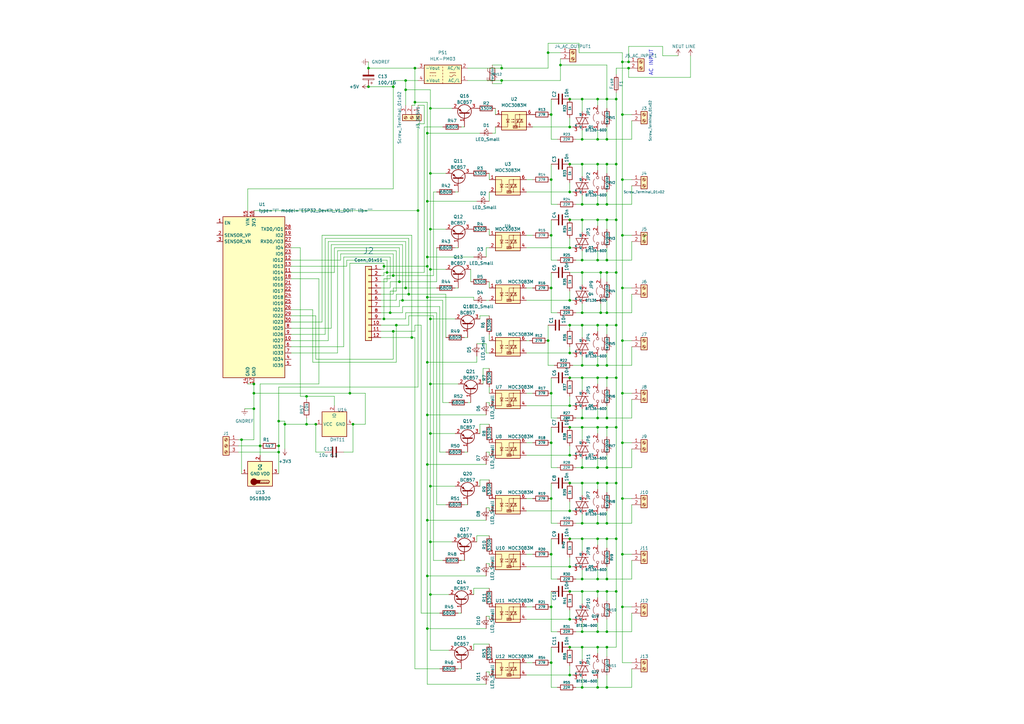
<source format=kicad_sch>
(kicad_sch (version 20211123) (generator eeschema)
  (paper "A3")
  (title_block (title "Modul wykonawczy CO 8termozaworow + pąpa CO podloga") (date "2018-01-20") (rev "1") (company "MARM.pl Sp. z o.o."))
  (lib_symbols
    (symbol "Connector:Screw_Terminal_01x02" (pin_names (offset 1.016) hide)
      (property "Reference" "J" (at 0 2.54 0))
      (property "Value" "Screw_Terminal_01x02" (at 0 -5.08 0))
      (symbol "Screw_Terminal_01x02_1_1"
        (pin passive line (at -5.08 0 0) (length 3.81) (name "Pin_1") (number "1"))
        (pin passive line (at -5.08 -2.54 0) (length 3.81) (name "Pin_2") (number "2"))
      )
    )
    (symbol "Connector:Screw_Terminal_01x03" (pin_names (offset 1.016) hide)
      (property "Reference" "J" (at 0 5.08 0))
      (property "Value" "Screw_Terminal_01x03" (at 0 -5.08 0))
      (symbol "Screw_Terminal_01x03_1_1"
        (pin passive line (at -5.08 2.54 0) (length 3.81) (name "Pin_1") (number "1"))
        (pin passive line (at -5.08 0 0) (length 3.81) (name "Pin_2") (number "2"))
        (pin passive line (at -5.08 -2.54 0) (length 3.81) (name "Pin_3") (number "3"))
      )
    )
    (symbol "Connector_Generic:Conn_01x12" (pin_names (offset 1.016) hide)
      (property "Reference" "J" (at 0 15.24 0))
      (property "Value" "Conn_01x12" (at 0 -17.78 0))
      (symbol "Conn_01x12_1_1"
        (pin passive line (at -5.08 12.7 0) (length 3.81) (name "Pin_1") (number "1"))
        (pin passive line (at -5.08 -10.16 0) (length 3.81) (name "Pin_10") (number "10"))
        (pin passive line (at -5.08 -12.7 0) (length 3.81) (name "Pin_11") (number "11"))
        (pin passive line (at -5.08 -15.24 0) (length 3.81) (name "Pin_12") (number "12"))
        (pin passive line (at -5.08 10.16 0) (length 3.81) (name "Pin_2") (number "2"))
        (pin passive line (at -5.08 7.62 0) (length 3.81) (name "Pin_3") (number "3"))
        (pin passive line (at -5.08 5.08 0) (length 3.81) (name "Pin_4") (number "4"))
        (pin passive line (at -5.08 2.54 0) (length 3.81) (name "Pin_5") (number "5"))
        (pin passive line (at -5.08 0 0) (length 3.81) (name "Pin_6") (number "6"))
        (pin passive line (at -5.08 -2.54 0) (length 3.81) (name "Pin_7") (number "7"))
        (pin passive line (at -5.08 -5.08 0) (length 3.81) (name "Pin_8") (number "8"))
        (pin passive line (at -5.08 -7.62 0) (length 3.81) (name "Pin_9") (number "9"))
      )
    )
    (symbol "Converter_ACDC:HLK-PM03"
      (property "Reference" "PS" (at 0 5.08 0))
      (property "Value" "HLK-PM03" (at 0 -5.08 0))
      (symbol "HLK-PM03_1_1"
        (pin power_in line (at -10.16 2.54 0) (length 2.54) (name "AC/L") (number "1"))
        (pin power_in line (at -10.16 -2.54 0) (length 2.54) (name "AC/N") (number "2"))
        (pin power_out line (at 10.16 -2.54 180) (length 2.54) (name "-Vout") (number "3"))
        (pin power_out line (at 10.16 2.54 180) (length 2.54) (name "+Vout") (number "4"))
      )
    )
    (symbol "Device:C" (pin_numbers hide) (pin_names (offset 0.254))
      (property "Reference" "C" (at 0.635 2.54 0))
      (property "Value" "C" (at 0.635 -2.54 0))
      (symbol "C_1_1"
        (pin passive line (at 0 3.81 270) (length 2.794) (name "~") (number "1"))
        (pin passive line (at 0 -3.81 90) (length 2.794) (name "~") (number "2"))
      )
    )
    (symbol "Device:C_Polarized" (pin_numbers hide) (pin_names (offset 0.254))
      (property "Reference" "C" (at 0.635 2.54 0))
      (property "Value" "C_Polarized" (at 0.635 -2.54 0))
      (symbol "C_Polarized_1_1"
        (pin passive line (at 0 3.81 270) (length 2.794) (name "~") (number "1"))
        (pin passive line (at 0 -3.81 90) (length 2.794) (name "~") (number "2"))
      )
    )
    (symbol "Device:Fuse" (pin_numbers hide) (pin_names (offset 0))
      (property "Reference" "F" (at 2.032 0 90))
      (property "Value" "Fuse" (at -1.905 0 90))
      (symbol "Fuse_1_1"
        (pin passive line (at 0 3.81 270) (length 1.27) (name "~") (number "1"))
        (pin passive line (at 0 -3.81 90) (length 1.27) (name "~") (number "2"))
      )
    )
    (symbol "Device:R" (pin_numbers hide) (pin_names (offset 0))
      (property "Reference" "R" (at 2.032 0 90))
      (property "Value" "R" (at 0 0 90))
      (symbol "R_1_1"
        (pin passive line (at 0 3.81 270) (length 1.27) (name "~") (number "1"))
        (pin passive line (at 0 -3.81 90) (length 1.27) (name "~") (number "2"))
      )
    )
    (symbol "Device:Varistor" (pin_numbers hide) (pin_names (offset 0))
      (property "Reference" "RV" (at 3.175 0 90))
      (property "Value" "Varistor" (at -3.175 0 90))
      (symbol "Varistor_0_0"
        (text "U" (at -1.778 -2.032 0) (effects (font (size 1.27 1.27))))
      )
      (symbol "Varistor_1_1"
        (pin passive line (at 0 3.81 270) (length 1.27) (name "~") (number "1"))
        (pin passive line (at 0 -3.81 90) (length 1.27) (name "~") (number "2"))
      )
    )
    (symbol "Espressif:ESP32_DevKit_V1_DOIT"
      (property "Reference" "U" (at -11.43 34.29 0))
      (property "Value" "ESP32_DevKit_V1_DOIT" (at 11.43 34.29 0))
      (symbol "ESP32_DevKit_V1_DOIT_1_1"
        (pin input line (at -15.24 30.48 0) (length 2.54) (name "EN") (number "1"))
        (pin bidirectional line (at 15.24 -17.78 180) (length 2.54) (name "IO27") (number "10"))
        (pin bidirectional line (at 15.24 10.16 180) (length 2.54) (name "IO14") (number "11"))
        (pin bidirectional line (at 15.24 15.24 180) (length 2.54) (name "IO12") (number "12"))
        (pin bidirectional line (at 15.24 12.7 180) (length 2.54) (name "IO13") (number "13"))
        (pin power_in line (at -2.54 -35.56 90) (length 2.54) (name "GND") (number "14"))
        (pin power_in line (at -2.54 35.56 270) (length 2.54) (name "VIN") (number "15"))
        (pin power_in line (at 0 35.56 270) (length 2.54) (name "3V3") (number "16"))
        (pin power_in line (at 0 -35.56 90) (length 2.54) (name "GND") (number "17"))
        (pin bidirectional line (at 15.24 7.62 180) (length 2.54) (name "IO15") (number "18"))
        (pin bidirectional line (at 15.24 25.4 180) (length 2.54) (name "IO2") (number "19"))
        (pin input line (at -15.24 25.4 0) (length 2.54) (name "SENSOR_VP") (number "2"))
        (pin bidirectional line (at 15.24 20.32 180) (length 2.54) (name "IO4") (number "20"))
        (pin bidirectional line (at 15.24 5.08 180) (length 2.54) (name "IO16") (number "21"))
        (pin bidirectional line (at 15.24 2.54 180) (length 2.54) (name "IO17") (number "22"))
        (pin bidirectional line (at 15.24 17.78 180) (length 2.54) (name "IO5") (number "23"))
        (pin bidirectional line (at 15.24 0 180) (length 2.54) (name "IO18") (number "24"))
        (pin bidirectional line (at 15.24 -2.54 180) (length 2.54) (name "IO19") (number "25"))
        (pin bidirectional line (at 15.24 -5.08 180) (length 2.54) (name "IO21") (number "26"))
        (pin bidirectional line (at 15.24 22.86 180) (length 2.54) (name "RXD0/IO3") (number "27"))
        (pin bidirectional line (at 15.24 27.94 180) (length 2.54) (name "TXD0/IO1") (number "28"))
        (pin bidirectional line (at 15.24 -7.62 180) (length 2.54) (name "IO22") (number "29"))
        (pin input line (at -15.24 22.86 0) (length 2.54) (name "SENSOR_VN") (number "3"))
        (pin bidirectional line (at 15.24 -10.16 180) (length 2.54) (name "IO23") (number "30"))
        (pin input line (at 15.24 -25.4 180) (length 2.54) (name "IO34") (number "4"))
        (pin input line (at 15.24 -27.94 180) (length 2.54) (name "IO35") (number "5"))
        (pin bidirectional line (at 15.24 -20.32 180) (length 2.54) (name "IO32") (number "6"))
        (pin bidirectional line (at 15.24 -22.86 180) (length 2.54) (name "IO33") (number "7"))
        (pin bidirectional line (at 15.24 -12.7 180) (length 2.54) (name "IO25") (number "8"))
        (pin bidirectional line (at 15.24 -15.24 180) (length 2.54) (name "IO26") (number "9"))
      )
    )
    (symbol "Jumper:Jumper_2_Open" (pin_names (offset 0) hide)
      (property "Reference" "JP" (at 0 2.794 0))
      (property "Value" "Jumper_2_Open" (at 0 -2.286 0))
      (symbol "Jumper_2_Open_1_1"
        (pin passive line (at -5.08 0 0) (length 2.54) (name "A") (number "1"))
        (pin passive line (at 5.08 0 180) (length 2.54) (name "B") (number "2"))
      )
    )
    (symbol "Relay_SolidState:MOC3083M"
      (property "Reference" "U" (at -5.08 5.08 0))
      (property "Value" "MOC3083M" (at 0 5.08 0))
      (symbol "MOC3083M_0_0"
        (text "ZCD" (at 0.508 -2.54 0) (effects (font (size 0.508 0.508))))
      )
      (symbol "MOC3083M_1_1"
        (pin passive line (at -7.62 2.54 0) (length 2.54) (name "~") (number "1"))
        (pin passive line (at -7.62 -2.54 0) (length 2.54) (name "~") (number "2"))
        (pin no_connect line (at -5.08 0 0) (length 2.54) hide (name "NC") (number "3"))
        (pin passive line (at 7.62 -2.54 180) (length 2.54) (name "~") (number "4"))
        (pin no_connect line (at 5.08 0 180) (length 2.54) hide (name "NC") (number "5"))
        (pin passive line (at 7.62 2.54 180) (length 2.54) (name "~") (number "6"))
      )
    )
    (symbol "Sensor:DHT11"
      (property "Reference" "U" (at -3.81 6.35 0))
      (property "Value" "DHT11" (at 3.81 6.35 0))
      (symbol "DHT11_1_1"
        (pin power_in line (at 0 7.62 270) (length 2.54) (name "VCC") (number "1"))
        (pin bidirectional line (at 7.62 0 180) (length 2.54) (name "IO") (number "2"))
        (pin no_connect line (at -5.08 0 0) (length 2.54) hide (name "NC") (number "3"))
        (pin power_in line (at 0 -7.62 90) (length 2.54) (name "GND") (number "4"))
      )
    )
    (symbol "Sensor_Temperature:DS18B20" (pin_names (offset 1.016))
      (property "Reference" "U" (at -3.81 6.35 0))
      (property "Value" "DS18B20" (at 6.35 6.35 0))
      (symbol "DS18B20_1_1"
        (pin power_in line (at 0 -7.62 90) (length 2.54) (name "GND") (number "1"))
        (pin bidirectional line (at 7.62 0 180) (length 2.54) (name "DQ") (number "2"))
        (pin power_in line (at 0 7.62 270) (length 2.54) (name "VDD") (number "3"))
      )
    )
    (symbol "Transistor_BJT:BC857" (pin_names (offset 0) hide)
      (property "Reference" "Q" (at 5.08 1.905 0))
      (property "Value" "BC857" (at 5.08 0 0))
      (symbol "BC857_1_1"
        (pin input line (at -5.08 0 0) (length 5.715) (name "B") (number "1"))
        (pin passive line (at 2.54 -5.08 90) (length 2.54) (name "E") (number "2"))
        (pin passive line (at 2.54 5.08 270) (length 2.54) (name "C") (number "3"))
      )
    )
    (symbol "Triac_Thyristor:BT136-600" (pin_names (offset 0))
      (property "Reference" "Q" (at 5.08 1.905 0))
      (property "Value" "BT136-600" (at 5.08 0 0))
      (symbol "BT136-600_1_1"
        (pin passive line (at 0 -3.81 90) (length 2.54) (name "A1") (number "1"))
        (pin passive line (at 0 3.81 270) (length 2.54) (name "A2") (number "2"))
        (pin input line (at -3.81 -2.54 0) (length 2.54) (name "G") (number "3"))
      )
    )
    (symbol "Untitled-rescue:LED_Small" (pin_numbers hide) (pin_names (offset 0.254) hide)
      (property "Reference" "D" (at -1.27 3.175 0))
      (property "Value" "LED_Small" (at -4.445 -2.54 0))
      (symbol "LED_Small_1_1"
        (pin passive line (at -2.54 0 0) (length 1.778) (name "K") (number "1"))
        (pin passive line (at 2.54 0 180) (length 1.778) (name "A") (number "2"))
      )
    )
    (symbol "power:+3V3" (power) (pin_names (offset 0))
      (property "Value" "+3V3" (at 0 3.556 0))
      (symbol "+3V3_1_1"
        (pin power_in line (at 0 0 90) (length 0) hide (name "+3V3") (number "1"))
      )
    )
    (symbol "power:+5V" (power) (pin_names (offset 0))
      (property "Value" "+5V" (at 0 3.556 0))
      (symbol "+5V_1_1"
        (pin power_in line (at 0 0 90) (length 0) hide (name "+5V") (number "1"))
      )
    )
    (symbol "power:GNDREF" (power) (pin_names (offset 0))
      (property "Value" "GNDREF" (at 0 -3.81 0))
      (symbol "GNDREF_1_1"
        (pin power_in line (at 0 0 270) (length 0) hide (name "GNDREF") (number "1"))
      )
    )
    (symbol "power:LINE" (power) (pin_names (offset 0))
      (property "Value" "LINE" (at 0 3.81 0))
      (symbol "LINE_1_1"
        (pin power_in line (at 0 0 90) (length 0) hide (name "LINE") (number "1"))
      )
    )
    (symbol "power:NEUT" (power) (pin_names (offset 0))
      (property "Value" "NEUT" (at 0 3.81 0))
      (symbol "NEUT_1_1"
        (pin power_in line (at 0 0 90) (length 0) hide (name "NEUT") (number "1"))
      )
    )
  )
  (junction (at 104.14 157.48))
  (junction (at 114.3 172.72))
  (junction (at 248.92 90.17))
  (junction (at 248.92 214.63))
  (junction (at 205.74 33.02))
  (junction (at 238.76 149.86))
  (junction (at 176.53 177.8))
  (junction (at 175.26 82.55))
  (junction (at 114.3 182.88))
  (junction (at 238.76 175.26))
  (junction (at 116.84 173.99))
  (junction (at 233.68 186.69))
  (junction (at 245.11 67.31))
  (junction (at 245.11 133.35))
  (junction (at 233.68 133.35))
  (junction (at 226.06 204.47))
  (junction (at 248.92 175.26))
  (junction (at 176.53 110.49))
  (junction (at 176.53 130.81))
  (junction (at 238.76 40.64))
  (junction (at 238.76 83.82))
  (junction (at 171.45 86.36))
  (junction (at 233.68 78.74))
  (junction (at 255.27 181.61))
  (junction (at 238.76 57.15))
  (junction (at 248.92 149.86))
  (junction (at 176.53 93.98))
  (junction (at 252.73 220.98))
  (junction (at 175.26 213.36))
  (junction (at 238.76 281.94))
  (junction (at 238.76 198.12))
  (junction (at 226.06 161.29))
  (junction (at 125.73 162.56))
  (junction (at 248.92 259.08))
  (junction (at 226.06 248.92))
  (junction (at 248.92 106.68))
  (junction (at 161.29 113.03))
  (junction (at 175.26 105.41))
  (junction (at 233.68 166.37))
  (junction (at 233.68 175.26))
  (junction (at 233.68 265.43))
  (junction (at 248.92 83.82))
  (junction (at 176.53 71.12))
  (junction (at 205.74 27.94))
  (junction (at 245.11 106.68))
  (junction (at 166.37 33.02))
  (junction (at 233.68 67.31))
  (junction (at 257.81 25.4))
  (junction (at 175.26 148.59))
  (junction (at 245.11 237.49))
  (junction (at 248.92 237.49))
  (junction (at 158.75 111.76))
  (junction (at 233.68 123.19))
  (junction (at 255.27 118.11))
  (junction (at 255.27 73.66))
  (junction (at 248.92 133.35))
  (junction (at 104.14 161.29))
  (junction (at 233.68 144.78))
  (junction (at 248.92 281.94))
  (junction (at 255.27 139.7))
  (junction (at 238.76 106.68))
  (junction (at 233.68 52.07))
  (junction (at 245.11 154.94))
  (junction (at 233.68 101.6))
  (junction (at 255.27 161.29))
  (junction (at 224.79 139.7))
  (junction (at 233.68 90.17))
  (junction (at 248.92 265.43))
  (junction (at 104.14 167.64))
  (junction (at 166.37 36.83))
  (junction (at 245.11 57.15))
  (junction (at 166.37 118.11))
  (junction (at 165.1 123.19))
  (junction (at 238.76 214.63))
  (junction (at 176.53 199.39))
  (junction (at 238.76 237.49))
  (junction (at 238.76 265.43))
  (junction (at 175.26 190.5))
  (junction (at 106.68 182.88))
  (junction (at 238.76 191.77))
  (junction (at 245.11 214.63))
  (junction (at 245.11 149.86))
  (junction (at 129.54 173.99))
  (junction (at 170.18 27.94))
  (junction (at 248.92 57.15))
  (junction (at 248.92 128.27))
  (junction (at 255.27 248.92))
  (junction (at 248.92 220.98))
  (junction (at 226.06 227.33))
  (junction (at 238.76 133.35))
  (junction (at 175.26 236.22))
  (junction (at 233.68 220.98))
  (junction (at 248.92 154.94))
  (junction (at 255.27 46.99))
  (junction (at 175.26 54.61))
  (junction (at 248.92 40.64))
  (junction (at 255.27 204.47))
  (junction (at 245.11 265.43))
  (junction (at 248.92 191.77))
  (junction (at 143.51 161.29))
  (junction (at 224.79 21.59))
  (junction (at 99.06 180.34))
  (junction (at 257.81 27.94))
  (junction (at 175.26 121.92))
  (junction (at 238.76 67.31))
  (junction (at 252.73 175.26))
  (junction (at 176.53 222.25))
  (junction (at 252.73 198.12))
  (junction (at 176.53 157.48))
  (junction (at 245.11 281.94))
  (junction (at 163.83 115.57))
  (junction (at 161.29 35.56))
  (junction (at 252.73 90.17))
  (junction (at 252.73 154.94))
  (junction (at 151.13 35.56))
  (junction (at 144.78 173.99))
  (junction (at 238.76 90.17))
  (junction (at 233.68 154.94))
  (junction (at 151.13 27.94))
  (junction (at 238.76 154.94))
  (junction (at 238.76 259.08))
  (junction (at 233.68 276.86))
  (junction (at 245.11 220.98))
  (junction (at 167.64 120.65))
  (junction (at 246.38 111.76))
  (junction (at 252.73 40.64))
  (junction (at 175.26 109.22))
  (junction (at 233.68 209.55))
  (junction (at 252.73 67.31))
  (junction (at 114.3 185.42))
  (junction (at 255.27 227.33))
  (junction (at 157.48 109.22))
  (junction (at 226.06 271.78))
  (junction (at 245.11 40.64))
  (junction (at 252.73 242.57))
  (junction (at 176.53 44.45))
  (junction (at 245.11 83.82))
  (junction (at 248.92 171.45))
  (junction (at 238.76 242.57))
  (junction (at 245.11 198.12))
  (junction (at 161.29 135.89))
  (junction (at 238.76 220.98))
  (junction (at 160.02 128.27))
  (junction (at 248.92 198.12))
  (junction (at 226.06 73.66))
  (junction (at 157.48 130.81))
  (junction (at 238.76 171.45))
  (junction (at 168.91 138.43))
  (junction (at 125.73 173.99))
  (junction (at 238.76 128.27))
  (junction (at 226.06 181.61))
  (junction (at 252.73 111.76))
  (junction (at 229.87 26.67))
  (junction (at 233.68 254))
  (junction (at 248.92 242.57))
  (junction (at 248.92 111.76))
  (junction (at 233.68 232.41))
  (junction (at 233.68 198.12))
  (junction (at 238.76 111.76))
  (junction (at 245.11 175.26))
  (junction (at 226.06 118.11))
  (junction (at 245.11 90.17))
  (junction (at 248.92 67.31))
  (junction (at 226.06 96.52))
  (junction (at 226.06 46.99))
  (junction (at 245.11 259.08))
  (junction (at 162.56 133.35))
  (junction (at 252.73 133.35))
  (junction (at 176.53 243.84))
  (junction (at 245.11 242.57))
  (junction (at 175.26 257.81))
  (junction (at 245.11 171.45))
  (junction (at 170.18 41.91))
  (junction (at 175.26 170.18))
  (junction (at 233.68 40.64))
  (junction (at 245.11 191.77))
  (junction (at 255.27 25.4))
  (junction (at 246.38 128.27))
  (junction (at 255.27 96.52))
  (junction (at 233.68 242.57))
  (wire (pts (xy 125.73 173.99) (xy 129.54 173.99)))
  (wire (pts (xy 228.6 214.63) (xy 226.06 214.63)))
  (wire (pts (xy 156.21 115.57) (xy 158.75 115.57)))
  (wire (pts (xy 175.26 105.41) (xy 175.26 109.22)))
  (wire (pts (xy 283.21 31.75) (xy 257.81 31.75)))
  (wire (pts (xy 255.27 73.66) (xy 255.27 96.52)))
  (wire (pts (xy 226.06 227.33) (xy 226.06 220.98)))
  (wire (pts (xy 224.79 133.35) (xy 224.79 139.7)))
  (wire (pts (xy 200.66 185.42) (xy 199.39 185.42)))
  (wire (pts (xy 190.5 138.43) (xy 191.77 138.43)))
  (wire (pts (xy 162.56 102.87) (xy 162.56 119.38)))
  (wire (pts (xy 248.92 254) (xy 248.92 259.08)))
  (wire (pts (xy 200.66 231.14) (xy 200.66 232.41)))
  (wire (pts (xy 166.37 33.02) (xy 161.29 33.02)))
  (wire (pts (xy 245.11 154.94) (xy 238.76 154.94)))
  (wire (pts (xy 255.27 227.33) (xy 255.27 248.92)))
  (wire (pts (xy 156.21 110.49) (xy 157.48 110.49)))
  (wire (pts (xy 175.26 190.5) (xy 199.39 190.5)))
  (wire (pts (xy 133.35 185.42) (xy 129.54 185.42)))
  (wire (pts (xy 175.26 109.22) (xy 175.26 121.92)))
  (wire (pts (xy 187.96 274.32) (xy 189.23 274.32)))
  (wire (pts (xy 245.11 57.15) (xy 248.92 57.15)))
  (wire (pts (xy 236.22 237.49) (xy 238.76 237.49)))
  (wire (pts (xy 134.62 139.7) (xy 119.38 139.7)))
  (wire (pts (xy 233.68 142.24) (xy 233.68 144.78)))
  (wire (pts (xy 97.79 185.42) (xy 114.3 185.42)))
  (wire (pts (xy 176.53 44.45) (xy 176.53 71.12)))
  (wire (pts (xy 100.33 167.64) (xy 104.14 167.64)))
  (wire (pts (xy 226.06 128.27) (xy 226.06 118.11)))
  (wire (pts (xy 189.23 52.07) (xy 190.5 52.07)))
  (wire (pts (xy 182.88 71.12) (xy 176.53 71.12)))
  (wire (pts (xy 259.08 281.94) (xy 248.92 281.94)))
  (wire (pts (xy 238.76 133.35) (xy 233.68 133.35)))
  (wire (pts (xy 226.06 181.61) (xy 226.06 191.77)))
  (wire (pts (xy 245.11 135.89) (xy 245.11 133.35)))
  (wire (pts (xy 160.02 128.27) (xy 165.1 128.27)))
  (wire (pts (xy 167.64 97.79) (xy 167.64 120.65)))
  (wire (pts (xy 189.23 229.87) (xy 190.5 229.87)))
  (wire (pts (xy 218.44 118.11) (xy 215.9 118.11)))
  (wire (pts (xy 252.73 133.35) (xy 248.92 133.35)))
  (wire (pts (xy 163.83 101.6) (xy 163.83 115.57)))
  (wire (pts (xy 233.68 40.64) (xy 238.76 40.64)))
  (wire (pts (xy 238.76 67.31) (xy 233.68 67.31)))
  (wire (pts (xy 246.38 128.27) (xy 248.92 128.27)))
  (wire (pts (xy 228.6 57.15) (xy 226.06 57.15)))
  (wire (pts (xy 123.19 162.56) (xy 125.73 162.56)))
  (wire (pts (xy 255.27 139.7) (xy 255.27 161.29)))
  (wire (pts (xy 228.6 281.94) (xy 226.06 281.94)))
  (wire (pts (xy 259.08 237.49) (xy 259.08 229.87)))
  (wire (pts (xy 176.53 266.7) (xy 176.53 243.84)))
  (wire (pts (xy 165.1 100.33) (xy 165.1 123.19)))
  (wire (pts (xy 193.04 110.49) (xy 193.04 115.57)))
  (wire (pts (xy 157.48 109.22) (xy 175.26 109.22)))
  (wire (pts (xy 224.79 27.94) (xy 224.79 21.59)))
  (wire (pts (xy 233.68 78.74) (xy 234.95 78.74)))
  (wire (pts (xy 248.92 259.08) (xy 259.08 259.08)))
  (wire (pts (xy 245.11 191.77) (xy 248.92 191.77)))
  (wire (pts (xy 161.29 120.65) (xy 161.29 118.11)))
  (wire (pts (xy 137.16 101.6) (xy 137.16 111.76)))
  (wire (pts (xy 259.08 214.63) (xy 259.08 207.01)))
  (wire (pts (xy 185.42 222.25) (xy 176.53 222.25)))
  (wire (pts (xy 215.9 101.6) (xy 233.68 101.6)))
  (wire (pts (xy 199.39 165.1) (xy 200.66 165.1)))
  (wire (pts (xy 255.27 118.11) (xy 259.08 118.11)))
  (wire (pts (xy 139.7 104.14) (xy 139.7 106.68)))
  (wire (pts (xy 133.35 97.79) (xy 133.35 137.16)))
  (wire (pts (xy 233.68 228.6) (xy 233.68 232.41)))
  (wire (pts (xy 271.78 19.05) (xy 257.81 19.05)))
  (wire (pts (xy 236.22 128.27) (xy 238.76 128.27)))
  (wire (pts (xy 233.68 232.41) (xy 234.95 232.41)))
  (wire (pts (xy 151.13 35.56) (xy 161.29 35.56)))
  (wire (pts (xy 175.26 170.18) (xy 175.26 190.5)))
  (wire (pts (xy 215.9 271.78) (xy 218.44 271.78)))
  (wire (pts (xy 218.44 248.92) (xy 215.9 248.92)))
  (wire (pts (xy 259.08 191.77) (xy 259.08 184.15)))
  (wire (pts (xy 106.68 157.48) (xy 130.81 157.48)))
  (wire (pts (xy 252.73 220.98) (xy 248.92 220.98)))
  (wire (pts (xy 97.79 182.88) (xy 106.68 182.88)))
  (wire (pts (xy 248.92 90.17) (xy 245.11 90.17)))
  (wire (pts (xy 215.9 166.37) (xy 233.68 166.37)))
  (wire (pts (xy 226.06 57.15) (xy 226.06 46.99)))
  (wire (pts (xy 215.9 144.78) (xy 233.68 144.78)))
  (wire (pts (xy 245.11 242.57) (xy 245.11 245.11)))
  (wire (pts (xy 199.39 280.67) (xy 175.26 280.67)))
  (wire (pts (xy 140.97 185.42) (xy 144.78 185.42)))
  (wire (pts (xy 248.92 186.69) (xy 248.92 191.77)))
  (wire (pts (xy 157.48 130.81) (xy 166.37 130.81)))
  (wire (pts (xy 248.92 281.94) (xy 245.11 281.94)))
  (wire (pts (xy 246.38 111.76) (xy 238.76 111.76)))
  (wire (pts (xy 245.11 255.27) (xy 245.11 259.08)))
  (wire (pts (xy 248.92 198.12) (xy 248.92 201.93)))
  (wire (pts (xy 200.66 276.86) (xy 200.66 275.59)))
  (wire (pts (xy 176.53 110.49) (xy 176.53 93.98)))
  (wire (pts (xy 168.91 96.52) (xy 168.91 138.43)))
  (wire (pts (xy 205.74 34.29) (xy 205.74 33.02)))
  (wire (pts (xy 238.76 45.72) (xy 238.76 40.64)))
  (wire (pts (xy 190.5 185.42) (xy 191.77 185.42)))
  (wire (pts (xy 119.38 144.78) (xy 138.43 144.78)))
  (wire (pts (xy 171.45 86.36) (xy 171.45 158.75)))
  (wire (pts (xy 177.8 78.74) (xy 177.8 113.03)))
  (wire (pts (xy 161.29 33.02) (xy 161.29 35.56)))
  (wire (pts (xy 170.18 27.94) (xy 170.18 41.91)))
  (wire (pts (xy 252.73 40.64) (xy 252.73 67.31)))
  (wire (pts (xy 233.68 250.19) (xy 233.68 254)))
  (wire (pts (xy 238.76 167.64) (xy 238.76 171.45)))
  (wire (pts (xy 149.86 173.99) (xy 149.86 161.29)))
  (wire (pts (xy 248.92 237.49) (xy 259.08 237.49)))
  (wire (pts (xy 238.76 83.82) (xy 245.11 83.82)))
  (wire (pts (xy 245.11 259.08) (xy 248.92 259.08)))
  (wire (pts (xy 168.91 43.18) (xy 170.18 43.18)))
  (wire (pts (xy 191.77 33.02) (xy 205.74 33.02)))
  (wire (pts (xy 245.11 167.64) (xy 245.11 171.45)))
  (wire (pts (xy 142.24 106.68) (xy 142.24 109.22)))
  (wire (pts (xy 248.92 40.64) (xy 248.92 44.45)))
  (wire (pts (xy 181.61 123.19) (xy 181.61 165.1)))
  (wire (pts (xy 125.73 162.56) (xy 137.16 162.56)))
  (wire (pts (xy 175.26 121.92) (xy 194.31 121.92)))
  (wire (pts (xy 228.6 106.68) (xy 226.06 106.68)))
  (wire (pts (xy 165.1 123.19) (xy 181.61 123.19)))
  (wire (pts (xy 196.85 196.85) (xy 196.85 199.39)))
  (wire (pts (xy 236.22 191.77) (xy 238.76 191.77)))
  (wire (pts (xy 245.11 175.26) (xy 238.76 175.26)))
  (wire (pts (xy 233.68 276.86) (xy 234.95 276.86)))
  (wire (pts (xy 245.11 187.96) (xy 245.11 191.77)))
  (wire (pts (xy 215.9 276.86) (xy 233.68 276.86)))
  (wire (pts (xy 160.02 119.38) (xy 160.02 128.27)))
  (wire (pts (xy 134.62 99.06) (xy 134.62 139.7)))
  (wire (pts (xy 200.66 137.16) (xy 200.66 139.7)))
  (wire (pts (xy 156.21 118.11) (xy 160.02 118.11)))
  (wire (pts (xy 179.07 128.27) (xy 179.07 207.01)))
  (wire (pts (xy 200.66 165.1) (xy 200.66 166.37)))
  (wire (pts (xy 104.14 167.64) (xy 104.14 180.34)))
  (wire (pts (xy 248.92 242.57) (xy 252.73 242.57)))
  (wire (pts (xy 245.11 149.86) (xy 248.92 149.86)))
  (wire (pts (xy 196.85 130.81) (xy 196.85 129.54)))
  (wire (pts (xy 158.75 106.68) (xy 142.24 106.68)))
  (wire (pts (xy 238.76 40.64) (xy 245.11 40.64)))
  (wire (pts (xy 255.27 46.99) (xy 255.27 73.66)))
  (wire (pts (xy 236.22 57.15) (xy 238.76 57.15)))
  (wire (pts (xy 162.56 120.65) (xy 162.56 123.19)))
  (wire (pts (xy 245.11 90.17) (xy 238.76 90.17)))
  (wire (pts (xy 162.56 120.65) (xy 167.64 120.65)))
  (wire (pts (xy 205.74 33.02) (xy 229.87 33.02)))
  (wire (pts (xy 248.92 106.68) (xy 259.08 106.68)))
  (wire (pts (xy 175.26 82.55) (xy 195.58 82.55)))
  (wire (pts (xy 168.91 96.52) (xy 132.08 96.52)))
  (wire (pts (xy 252.73 38.1) (xy 252.73 40.64)))
  (wire (pts (xy 194.31 243.84) (xy 194.31 241.3)))
  (wire (pts (xy 264.16 96.52) (xy 264.16 99.06)))
  (wire (pts (xy 238.76 281.94) (xy 236.22 281.94)))
  (wire (pts (xy 245.11 92.71) (xy 245.11 90.17)))
  (wire (pts (xy 227.33 149.86) (xy 224.79 149.86)))
  (wire (pts (xy 229.87 33.02) (xy 229.87 26.67)))
  (wire (pts (xy 186.69 118.11) (xy 187.96 118.11)))
  (wire (pts (xy 218.44 204.47) (xy 215.9 204.47)))
  (wire (pts (xy 184.15 243.84) (xy 176.53 243.84)))
  (wire (pts (xy 119.38 114.3) (xy 130.81 114.3)))
  (wire (pts (xy 238.76 102.87) (xy 238.76 106.68)))
  (wire (pts (xy 176.53 71.12) (xy 176.53 93.98)))
  (wire (pts (xy 182.88 93.98) (xy 176.53 93.98)))
  (wire (pts (xy 200.66 208.28) (xy 199.39 208.28)))
  (wire (pts (xy 238.76 146.05) (xy 238.76 149.86)))
  (wire (pts (xy 195.58 148.59) (xy 175.26 148.59)))
  (wire (pts (xy 170.18 43.18) (xy 170.18 41.91)))
  (wire (pts (xy 252.73 265.43) (xy 248.92 265.43)))
  (wire (pts (xy 175.26 280.67) (xy 175.26 257.81)))
  (wire (pts (xy 229.87 21.59) (xy 224.79 21.59)))
  (wire (pts (xy 252.73 111.76) (xy 248.92 111.76)))
  (wire (pts (xy 139.7 106.68) (xy 119.38 106.68)))
  (wire (pts (xy 248.92 276.86) (xy 248.92 281.94)))
  (wire (pts (xy 119.38 127) (xy 128.27 127)))
  (wire (pts (xy 245.11 281.94) (xy 238.76 281.94)))
  (wire (pts (xy 125.73 162.56) (xy 125.73 163.83)))
  (wire (pts (xy 248.92 149.86) (xy 259.08 149.86)))
  (wire (pts (xy 255.27 204.47) (xy 255.27 227.33)))
  (wire (pts (xy 255.27 25.4) (xy 257.81 25.4)))
  (wire (pts (xy 252.73 90.17) (xy 248.92 90.17)))
  (wire (pts (xy 116.84 184.15) (xy 116.84 173.99)))
  (wire (pts (xy 259.08 171.45) (xy 259.08 163.83)))
  (wire (pts (xy 237.49 17.78) (xy 237.49 21.59)))
  (wire (pts (xy 238.76 255.27) (xy 238.76 259.08)))
  (wire (pts (xy 233.68 74.93) (xy 233.68 78.74)))
  (wire (pts (xy 199.39 123.19) (xy 200.66 123.19)))
  (wire (pts (xy 175.26 236.22) (xy 175.26 257.81)))
  (wire (pts (xy 199.39 140.97) (xy 199.39 144.78)))
  (wire (pts (xy 125.73 171.45) (xy 125.73 173.99)))
  (wire (pts (xy 238.76 124.46) (xy 238.76 128.27)))
  (wire (pts (xy 238.76 203.2) (xy 238.76 198.12)))
  (wire (pts (xy 233.68 242.57) (xy 238.76 242.57)))
  (wire (pts (xy 175.26 213.36) (xy 199.39 213.36)))
  (wire (pts (xy 129.54 185.42) (xy 129.54 173.99)))
  (wire (pts (xy 245.11 102.87) (xy 245.11 106.68)))
  (wire (pts (xy 238.76 191.77) (xy 245.11 191.77)))
  (wire (pts (xy 233.68 123.19) (xy 234.95 123.19)))
  (wire (pts (xy 104.14 161.29) (xy 104.14 157.48)))
  (wire (pts (xy 129.54 147.32) (xy 161.29 147.32)))
  (wire (pts (xy 245.11 80.01) (xy 245.11 83.82)))
  (wire (pts (xy 215.9 232.41) (xy 233.68 232.41)))
  (wire (pts (xy 238.76 265.43) (xy 233.68 265.43)))
  (wire (pts (xy 161.29 104.14) (xy 139.7 104.14)))
  (wire (pts (xy 226.06 106.68) (xy 226.06 96.52)))
  (wire (pts (xy 114.3 172.72) (xy 114.3 182.88)))
  (wire (pts (xy 238.76 53.34) (xy 238.76 57.15)))
  (wire (pts (xy 200.66 252.73) (xy 200.66 254)))
  (wire (pts (xy 97.79 180.34) (xy 99.06 180.34)))
  (wire (pts (xy 162.56 133.35) (xy 162.56 148.59)))
  (wire (pts (xy 238.76 210.82) (xy 238.76 214.63)))
  (wire (pts (xy 238.76 265.43) (xy 238.76 270.51)))
  (wire (pts (xy 248.92 265.43) (xy 248.92 269.24)))
  (wire (pts (xy 228.6 128.27) (xy 226.06 128.27)))
  (wire (pts (xy 233.68 48.26) (xy 233.68 52.07)))
  (wire (pts (xy 226.06 181.61) (xy 226.06 175.26)))
  (wire (pts (xy 160.02 118.11) (xy 160.02 115.57)))
  (wire (pts (xy 233.68 97.79) (xy 233.68 101.6)))
  (wire (pts (xy 173.99 43.18) (xy 173.99 50.8)))
  (wire (pts (xy 200.66 71.12) (xy 200.66 73.66)))
  (wire (pts (xy 186.69 199.39) (xy 176.53 199.39)))
  (wire (pts (xy 226.06 204.47) (xy 226.06 198.12)))
  (wire (pts (xy 218.44 181.61) (xy 215.9 181.61)))
  (wire (pts (xy 191.77 165.1) (xy 193.04 165.1)))
  (wire (pts (xy 176.53 44.45) (xy 185.42 44.45)))
  (wire (pts (xy 252.73 111.76) (xy 252.73 133.35)))
  (wire (pts (xy 218.44 227.33) (xy 215.9 227.33)))
  (wire (pts (xy 255.27 161.29) (xy 259.08 161.29)))
  (wire (pts (xy 238.76 242.57) (xy 245.11 242.57)))
  (wire (pts (xy 156.21 123.19) (xy 162.56 123.19)))
  (wire (pts (xy 166.37 99.06) (xy 134.62 99.06)))
  (wire (pts (xy 160.02 105.41) (xy 160.02 114.3)))
  (wire (pts (xy 248.92 198.12) (xy 245.11 198.12)))
  (wire (pts (xy 166.37 128.27) (xy 179.07 128.27)))
  (wire (pts (xy 156.21 130.81) (xy 157.48 130.81)))
  (wire (pts (xy 175.26 170.18) (xy 199.39 170.18)))
  (wire (pts (xy 143.51 107.95) (xy 143.51 161.29)))
  (wire (pts (xy 248.92 52.07) (xy 248.92 57.15)))
  (wire (pts (xy 179.07 101.6) (xy 179.07 115.57)))
  (wire (pts (xy 182.88 185.42) (xy 180.34 185.42)))
  (wire (pts (xy 252.73 67.31) (xy 248.92 67.31)))
  (wire (pts (xy 252.73 198.12) (xy 252.73 220.98)))
  (wire (pts (xy 175.26 148.59) (xy 175.26 170.18)))
  (wire (pts (xy 224.79 139.7) (xy 224.79 149.86)))
  (wire (pts (xy 194.31 264.16) (xy 194.31 266.7)))
  (wire (pts (xy 177.8 78.74) (xy 179.07 78.74)))
  (wire (pts (xy 226.06 204.47) (xy 226.06 214.63)))
  (wire (pts (xy 171.45 43.18) (xy 173.99 43.18)))
  (wire (pts (xy 238.76 57.15) (xy 245.11 57.15)))
  (wire (pts (xy 176.53 199.39) (xy 176.53 177.8)))
  (wire (pts (xy 200.66 252.73) (xy 199.39 252.73)))
  (wire (pts (xy 161.29 77.47) (xy 101.6 77.47)))
  (wire (pts (xy 228.6 237.49) (xy 226.06 237.49)))
  (wire (pts (xy 182.88 120.65) (xy 182.88 138.43)))
  (wire (pts (xy 114.3 158.75) (xy 114.3 172.72)))
  (wire (pts (xy 255.27 118.11) (xy 255.27 139.7)))
  (wire (pts (xy 245.11 223.52) (xy 245.11 220.98)))
  (wire (pts (xy 170.18 41.91) (xy 175.26 41.91)))
  (wire (pts (xy 259.08 149.86) (xy 259.08 142.24)))
  (wire (pts (xy 156.21 138.43) (xy 168.91 138.43)))
  (wire (pts (xy 248.92 191.77) (xy 259.08 191.77)))
  (wire (pts (xy 248.92 242.57) (xy 248.92 246.38)))
  (wire (pts (xy 160.02 105.41) (xy 140.97 105.41)))
  (wire (pts (xy 238.76 72.39) (xy 238.76 67.31)))
  (wire (pts (xy 165.1 128.27) (xy 165.1 125.73)))
  (wire (pts (xy 237.49 21.59) (xy 255.27 21.59)))
  (wire (pts (xy 200.66 196.85) (xy 196.85 196.85)))
  (wire (pts (xy 180.34 251.46) (xy 172.72 251.46)))
  (wire (pts (xy 200.66 231.14) (xy 199.39 231.14)))
  (wire (pts (xy 252.73 175.26) (xy 248.92 175.26)))
  (wire (pts (xy 248.92 67.31) (xy 245.11 67.31)))
  (wire (pts (xy 233.68 134.62) (xy 233.68 133.35)))
  (wire (pts (xy 238.76 214.63) (xy 245.11 214.63)))
  (wire (pts (xy 229.87 26.67) (xy 229.87 24.13)))
  (wire (pts (xy 138.43 102.87) (xy 138.43 144.78)))
  (wire (pts (xy 252.73 242.57) (xy 252.73 265.43)))
  (wire (pts (xy 245.11 53.34) (xy 245.11 57.15)))
  (wire (pts (xy 245.11 146.05) (xy 245.11 149.86)))
  (wire (pts (xy 248.92 78.74) (xy 248.92 83.82)))
  (wire (pts (xy 233.68 133.35) (xy 232.41 133.35)))
  (wire (pts (xy 101.6 157.48) (xy 104.14 157.48)))
  (wire (pts (xy 175.26 190.5) (xy 175.26 213.36)))
  (wire (pts (xy 132.08 96.52) (xy 132.08 132.08)))
  (wire (pts (xy 158.75 115.57) (xy 158.75 113.03)))
  (wire (pts (xy 248.92 214.63) (xy 259.08 214.63)))
  (wire (pts (xy 255.27 21.59) (xy 255.27 25.4)))
  (wire (pts (xy 226.06 161.29) (xy 226.06 154.94)))
  (wire (pts (xy 245.11 198.12) (xy 238.76 198.12)))
  (wire (pts (xy 142.24 109.22) (xy 119.38 109.22)))
  (wire (pts (xy 226.06 46.99) (xy 226.06 40.64)))
  (wire (pts (xy 161.29 35.56) (xy 161.29 77.47)))
  (wire (pts (xy 173.99 52.07) (xy 173.99 111.76)))
  (wire (pts (xy 245.11 171.45) (xy 248.92 171.45)))
  (wire (pts (xy 238.76 171.45) (xy 245.11 171.45)))
  (wire (pts (xy 158.75 113.03) (xy 161.29 113.03)))
  (wire (pts (xy 248.92 133.35) (xy 248.92 137.16)))
  (wire (pts (xy 161.29 135.89) (xy 161.29 147.32)))
  (wire (pts (xy 176.53 243.84) (xy 176.53 222.25)))
  (wire (pts (xy 248.92 128.27) (xy 259.08 128.27)))
  (wire (pts (xy 196.85 129.54) (xy 200.66 129.54)))
  (wire (pts (xy 200.66 93.98) (xy 200.66 96.52)))
  (wire (pts (xy 200.66 78.74) (xy 200.66 82.55)))
  (wire (pts (xy 116.84 173.99) (xy 125.73 173.99)))
  (wire (pts (xy 215.9 78.74) (xy 233.68 78.74)))
  (wire (pts (xy 259.08 271.78) (xy 255.27 271.78)))
  (wire (pts (xy 200.66 115.57) (xy 200.66 118.11)))
  (wire (pts (xy 186.69 101.6) (xy 187.96 101.6)))
  (wire (pts (xy 226.06 265.43) (xy 226.06 271.78)))
  (wire (pts (xy 217.17 139.7) (xy 215.9 139.7)))
  (wire (pts (xy 160.02 114.3) (xy 157.48 114.3)))
  (wire (pts (xy 104.14 86.36) (xy 171.45 86.36)))
  (wire (pts (xy 167.64 120.65) (xy 182.88 120.65)))
  (wire (pts (xy 140.97 105.41) (xy 140.97 142.24)))
  (wire (pts (xy 128.27 148.59) (xy 162.56 148.59)))
  (wire (pts (xy 248.92 90.17) (xy 248.92 93.98)))
  (wire (pts (xy 144.78 173.99) (xy 149.86 173.99)))
  (wire (pts (xy 157.48 109.22) (xy 157.48 110.49)))
  (wire (pts (xy 157.48 107.95) (xy 157.48 109.22)))
  (wire (pts (xy 167.64 129.54) (xy 167.64 133.35)))
  (wire (pts (xy 201.93 26.67) (xy 205.74 26.67)))
  (wire (pts (xy 259.08 106.68) (xy 259.08 99.06)))
  (wire (pts (xy 175.26 41.91) (xy 175.26 54.61)))
  (wire (pts (xy 252.73 175.26) (xy 252.73 198.12)))
  (wire (pts (xy 180.34 125.73) (xy 180.34 185.42)))
  (wire (pts (xy 248.92 67.31) (xy 248.92 71.12)))
  (wire (pts (xy 245.11 242.57) (xy 248.92 242.57)))
  (wire (pts (xy 215.9 254) (xy 233.68 254)))
  (wire (pts (xy 135.89 100.33) (xy 135.89 134.62)))
  (wire (pts (xy 200.66 173.99) (xy 196.85 173.99)))
  (wire (pts (xy 215.9 96.52) (xy 218.44 96.52)))
  (wire (pts (xy 114.3 182.88) (xy 114.3 185.42)))
  (wire (pts (xy 252.73 133.35) (xy 252.73 154.94)))
  (wire (pts (xy 245.11 214.63) (xy 248.92 214.63)))
  (wire (pts (xy 238.76 278.13) (xy 238.76 281.94)))
  (wire (pts (xy 226.06 237.49) (xy 226.06 227.33)))
  (wire (pts (xy 196.85 173.99) (xy 196.85 177.8)))
  (wire (pts (xy 259.08 83.82) (xy 259.08 76.2)))
  (wire (pts (xy 99.06 180.34) (xy 99.06 194.31)))
  (wire (pts (xy 187.96 157.48) (xy 176.53 157.48)))
  (wire (pts (xy 165.1 125.73) (xy 180.34 125.73)))
  (wire (pts (xy 283.21 22.86) (xy 283.21 31.75)))
  (wire (pts (xy 245.11 265.43) (xy 238.76 265.43)))
  (wire (pts (xy 233.68 273.05) (xy 233.68 276.86)))
  (wire (pts (xy 224.79 17.78) (xy 237.49 17.78)))
  (wire (pts (xy 226.06 248.92) (xy 226.06 242.57)))
  (wire (pts (xy 255.27 139.7) (xy 259.08 139.7)))
  (wire (pts (xy 238.76 80.01) (xy 238.76 83.82)))
  (wire (pts (xy 163.83 123.19) (xy 165.1 123.19)))
  (wire (pts (xy 252.73 27.94) (xy 252.73 30.48)))
  (wire (pts (xy 226.06 118.11) (xy 226.06 111.76)))
  (wire (pts (xy 252.73 27.94) (xy 257.81 27.94)))
  (wire (pts (xy 203.2 54.61) (xy 203.2 52.07)))
  (wire (pts (xy 245.11 157.48) (xy 245.11 154.94)))
  (wire (pts (xy 233.68 166.37) (xy 234.95 166.37)))
  (wire (pts (xy 234.95 149.86) (xy 238.76 149.86)))
  (wire (pts (xy 200.66 275.59) (xy 199.39 275.59)))
  (wire (pts (xy 259.08 73.66) (xy 255.27 73.66)))
  (wire (pts (xy 129.54 129.54) (xy 129.54 147.32)))
  (wire (pts (xy 175.26 121.92) (xy 175.26 148.59)))
  (wire (pts (xy 201.93 34.29) (xy 205.74 34.29)))
  (wire (pts (xy 182.88 110.49) (xy 176.53 110.49)))
  (wire (pts (xy 248.92 171.45) (xy 259.08 171.45)))
  (wire (pts (xy 238.76 237.49) (xy 245.11 237.49)))
  (wire (pts (xy 238.76 128.27) (xy 246.38 128.27)))
  (wire (pts (xy 205.74 27.94) (xy 224.79 27.94)))
  (wire (pts (xy 104.14 167.64) (xy 104.14 161.29)))
  (wire (pts (xy 106.68 157.48) (xy 106.68 182.88)))
  (wire (pts (xy 176.53 222.25) (xy 176.53 199.39)))
  (wire (pts (xy 176.53 130.81) (xy 176.53 110.49)))
  (wire (pts (xy 245.11 265.43) (xy 245.11 267.97)))
  (wire (pts (xy 248.92 166.37) (xy 248.92 171.45)))
  (wire (pts (xy 252.73 67.31) (xy 252.73 90.17)))
  (wire (pts (xy 166.37 33.02) (xy 166.37 36.83)))
  (wire (pts (xy 236.22 106.68) (xy 238.76 106.68)))
  (wire (pts (xy 198.12 151.13) (xy 198.12 157.48)))
  (wire (pts (xy 130.81 114.3) (xy 130.81 157.48)))
  (wire (pts (xy 156.21 133.35) (xy 162.56 133.35)))
  (wire (pts (xy 156.21 135.89) (xy 161.29 135.89)))
  (wire (pts (xy 182.88 207.01) (xy 179.07 207.01)))
  (wire (pts (xy 226.06 83.82) (xy 226.06 73.66)))
  (wire (pts (xy 184.15 266.7) (xy 176.53 266.7)))
  (wire (pts (xy 245.11 83.82) (xy 248.92 83.82)))
  (wire (pts (xy 248.92 133.35) (xy 245.11 133.35)))
  (wire (pts (xy 245.11 177.8) (xy 245.11 175.26)))
  (wire (pts (xy 255.27 96.52) (xy 259.08 96.52)))
  (wire (pts (xy 149.86 161.29) (xy 143.51 161.29)))
  (wire (pts (xy 233.68 162.56) (xy 233.68 166.37)))
  (wire (pts (xy 238.76 116.84) (xy 238.76 111.76)))
  (wire (pts (xy 245.11 278.13) (xy 245.11 281.94)))
  (wire (pts (xy 156.21 113.03) (xy 157.48 113.03)))
  (wire (pts (xy 245.11 220.98) (xy 238.76 220.98)))
  (wire (pts (xy 114.3 158.75) (xy 171.45 158.75)))
  (wire (pts (xy 271.78 22.86) (xy 271.78 19.05)))
  (wire (pts (xy 264.16 96.52) (xy 265.43 96.52)))
  (wire (pts (xy 248.92 209.55) (xy 248.92 214.63)))
  (wire (pts (xy 246.38 124.46) (xy 246.38 128.27)))
  (wire (pts (xy 151.13 27.94) (xy 170.18 27.94)))
  (wire (pts (xy 218.44 52.07) (xy 233.68 52.07)))
  (wire (pts (xy 166.37 36.83) (xy 176.53 36.83)))
  (wire (pts (xy 175.26 105.41) (xy 194.31 105.41)))
  (wire (pts (xy 177.8 129.54) (xy 177.8 229.87)))
  (wire (pts (xy 255.27 96.52) (xy 255.27 118.11)))
  (wire (pts (xy 238.76 180.34) (xy 238.76 175.26)))
  (wire (pts (xy 119.38 129.54) (xy 129.54 129.54)))
  (wire (pts (xy 199.39 101.6) (xy 200.66 101.6)))
  (wire (pts (xy 161.29 135.89) (xy 170.18 135.89)))
  (wire (pts (xy 255.27 181.61) (xy 259.08 181.61)))
  (wire (pts (xy 181.61 229.87) (xy 177.8 229.87)))
  (wire (pts (xy 238.76 90.17) (xy 233.68 90.17)))
  (wire (pts (xy 252.73 220.98) (xy 252.73 242.57)))
  (wire (pts (xy 226.06 161.29) (xy 226.06 171.45)))
  (wire (pts (xy 248.92 154.94) (xy 245.11 154.94)))
  (wire (pts (xy 106.68 186.69) (xy 106.68 182.88)))
  (wire (pts (xy 166.37 130.81) (xy 166.37 128.27)))
  (wire (pts (xy 156.21 128.27) (xy 160.02 128.27)))
  (wire (pts (xy 162.56 102.87) (xy 138.43 102.87)))
  (wire (pts (xy 248.92 175.26) (xy 248.92 179.07)))
  (wire (pts (xy 218.44 161.29) (xy 215.9 161.29)))
  (wire (pts (xy 255.27 181.61) (xy 255.27 204.47)))
  (wire (pts (xy 151.13 25.4) (xy 151.13 27.94)))
  (wire (pts (xy 233.68 254) (xy 234.95 254)))
  (wire (pts (xy 255.27 204.47) (xy 259.08 204.47)))
  (wire (pts (xy 157.48 107.95) (xy 143.51 107.95)))
  (wire (pts (xy 186.69 177.8) (xy 176.53 177.8)))
  (wire (pts (xy 140.97 142.24) (xy 119.38 142.24)))
  (wire (pts (xy 238.76 187.96) (xy 238.76 191.77)))
  (wire (pts (xy 248.92 232.41) (xy 248.92 237.49)))
  (wire (pts (xy 255.27 161.29) (xy 255.27 181.61)))
  (wire (pts (xy 168.91 138.43) (xy 170.18 138.43)))
  (wire (pts (xy 99.06 180.34) (xy 104.14 180.34)))
  (wire (pts (xy 161.29 113.03) (xy 177.8 113.03)))
  (wire (pts (xy 163.83 125.73) (xy 163.83 123.19)))
  (wire (pts (xy 123.19 101.6) (xy 123.19 162.56)))
  (wire (pts (xy 248.92 111.76) (xy 248.92 115.57)))
  (wire (pts (xy 238.76 198.12) (xy 233.68 198.12)))
  (wire (pts (xy 229.87 26.67) (xy 248.92 26.67)))
  (wire (pts (xy 101.6 77.47) (xy 101.6 86.36)))
  (wire (pts (xy 116.84 173.99) (xy 116.84 172.72)))
  (wire (pts (xy 201.93 54.61) (xy 203.2 54.61)))
  (wire (pts (xy 238.76 111.76) (xy 233.68 111.76)))
  (wire (pts (xy 278.13 22.86) (xy 271.78 22.86)))
  (wire (pts (xy 158.75 106.68) (xy 158.75 111.76)))
  (wire (pts (xy 233.68 101.6) (xy 234.95 101.6)))
  (wire (pts (xy 238.76 226.06) (xy 238.76 220.98)))
  (wire (pts (xy 184.15 165.1) (xy 181.61 165.1)))
  (wire (pts (xy 195.58 140.97) (xy 199.39 140.97)))
  (wire (pts (xy 143.51 161.29) (xy 104.14 161.29)))
  (wire (pts (xy 171.45 27.94) (xy 170.18 27.94)))
  (wire (pts (xy 132.08 132.08) (xy 119.38 132.08)))
  (wire (pts (xy 236.22 214.63) (xy 238.76 214.63)))
  (wire (pts (xy 218.44 73.66) (xy 215.9 73.66)))
  (wire (pts (xy 114.3 185.42) (xy 114.3 194.31)))
  (wire (pts (xy 215.9 123.19) (xy 233.68 123.19)))
  (wire (pts (xy 224.79 21.59) (xy 224.79 17.78)))
  (wire (pts (xy 248.92 111.76) (xy 246.38 111.76)))
  (wire (pts (xy 167.64 97.79) (xy 133.35 97.79)))
  (wire (pts (xy 238.76 106.68) (xy 245.11 106.68)))
  (wire (pts (xy 257.81 19.05) (xy 257.81 25.4)))
  (wire (pts (xy 191.77 27.94) (xy 205.74 27.94)))
  (wire (pts (xy 162.56 133.35) (xy 167.64 133.35)))
  (wire (pts (xy 233.68 182.88) (xy 233.68 186.69)))
  (wire (pts (xy 248.92 220.98) (xy 248.92 224.79)))
  (wire (pts (xy 119.38 101.6) (xy 123.19 101.6)))
  (wire (pts (xy 137.16 111.76) (xy 119.38 111.76)))
  (wire (pts (xy 248.92 26.67) (xy 248.92 40.64)))
  (wire (pts (xy 248.92 154.94) (xy 248.92 158.75)))
  (wire (pts (xy 195.58 222.25) (xy 195.58 219.71)))
  (wire (pts (xy 255.27 271.78) (xy 255.27 248.92)))
  (wire (pts (xy 161.29 118.11) (xy 166.37 118.11)))
  (wire (pts (xy 228.6 171.45) (xy 226.06 171.45)))
  (wire (pts (xy 245.11 200.66) (xy 245.11 198.12)))
  (wire (pts (xy 165.1 100.33) (xy 135.89 100.33)))
  (wire (pts (xy 170.18 133.35) (xy 172.72 133.35)))
  (wire (pts (xy 170.18 274.32) (xy 180.34 274.32)))
  (wire (pts (xy 248.92 40.64) (xy 252.73 40.64)))
  (wire (pts (xy 255.27 248.92) (xy 259.08 248.92)))
  (wire (pts (xy 248.92 57.15) (xy 259.08 57.15)))
  (wire (pts (xy 226.06 248.92) (xy 226.06 259.08)))
  (wire (pts (xy 167.64 129.54) (xy 177.8 129.54)))
  (wire (pts (xy 233.68 209.55) (xy 234.95 209.55)))
  (wire (pts (xy 238.76 149.86) (xy 245.11 149.86)))
  (wire (pts (xy 200.66 185.42) (xy 200.66 186.69)))
  (wire (pts (xy 175.26 213.36) (xy 175.26 236.22)))
  (wire (pts (xy 156.21 125.73) (xy 163.83 125.73)))
  (wire (pts (xy 200.66 158.75) (xy 200.66 161.29)))
  (wire (pts (xy 157.48 113.03) (xy 157.48 111.76)))
  (wire (pts (xy 172.72 133.35) (xy 172.72 251.46)))
  (wire (pts (xy 245.11 133.35) (xy 238.76 133.35)))
  (wire (pts (xy 236.22 83.82) (xy 238.76 83.82)))
  (wire (pts (xy 176.53 157.48) (xy 176.53 130.81)))
  (wire (pts (xy 248.92 265.43) (xy 245.11 265.43)))
  (wire (pts (xy 259.08 46.99) (xy 255.27 46.99)))
  (wire (pts (xy 226.06 96.52) (xy 226.06 90.17)))
  (wire (pts (xy 137.16 162.56) (xy 137.16 166.37)))
  (wire (pts (xy 200.66 151.13) (xy 198.12 151.13)))
  (wire (pts (xy 245.11 210.82) (xy 245.11 214.63)))
  (wire (pts (xy 194.31 241.3) (xy 200.66 241.3)))
  (wire (pts (xy 157.48 111.76) (xy 158.75 111.76)))
  (wire (pts (xy 215.9 209.55) (xy 233.68 209.55)))
  (wire (pts (xy 252.73 198.12) (xy 248.92 198.12)))
  (wire (pts (xy 255.27 227.33) (xy 259.08 227.33)))
  (wire (pts (xy 233.68 144.78) (xy 234.95 144.78)))
  (wire (pts (xy 199.39 101.6) (xy 199.39 105.41)))
  (wire (pts (xy 175.26 54.61) (xy 175.26 82.55)))
  (wire (pts (xy 176.53 177.8) (xy 176.53 157.48)))
  (wire (pts (xy 238.76 138.43) (xy 238.76 133.35)))
  (wire (pts (xy 226.06 281.94) (xy 226.06 271.78)))
  (wire (pts (xy 190.5 207.01) (xy 191.77 207.01)))
  (wire (pts (xy 163.83 101.6) (xy 137.16 101.6)))
  (wire (pts (xy 245.11 237.49) (xy 248.92 237.49)))
  (wire (pts (xy 171.45 33.02) (xy 166.37 33.02)))
  (wire (pts (xy 245.11 43.18) (xy 245.11 40.64)))
  (wire (pts (xy 228.6 191.77) (xy 226.06 191.77)))
  (wire (pts (xy 161.29 104.14) (xy 161.29 113.03)))
  (wire (pts (xy 255.27 25.4) (xy 255.27 46.99)))
  (wire (pts (xy 259.08 274.32) (xy 259.08 281.94)))
  (wire (pts (xy 144.78 185.42) (xy 144.78 173.99)))
  (wire (pts (xy 245.11 69.85) (xy 245.11 67.31)))
  (wire (pts (xy 259.08 57.15) (xy 259.08 49.53)))
  (wire (pts (xy 194.31 121.92) (xy 194.31 123.19)))
  (wire (pts (xy 186.69 78.74) (xy 187.96 78.74)))
  (wire (pts (xy 238.76 175.26) (xy 233.68 175.26)))
  (wire (pts (xy 252.73 90.17) (xy 252.73 111.76)))
  (wire (pts (xy 166.37 36.83) (xy 166.37 43.18)))
  (wire (pts (xy 238.76 220.98) (xy 233.68 220.98)))
  (wire (pts (xy 238.76 154.94) (xy 233.68 154.94)))
  (wire (pts (xy 170.18 138.43) (xy 170.18 274.32)))
  (wire (pts (xy 248.92 144.78) (xy 248.92 149.86)))
  (wire (pts (xy 238.76 95.25) (xy 238.76 90.17)))
  (wire (pts (xy 236.22 171.45) (xy 238.76 171.45)))
  (wire (pts (xy 195.58 219.71) (xy 200.66 219.71)))
  (wire (pts (xy 233.68 186.69) (xy 234.95 186.69)))
  (wire (pts (xy 173.99 52.07) (xy 181.61 52.07)))
  (wire (pts (xy 175.26 257.81) (xy 199.39 257.81)))
  (wire (pts (xy 259.08 128.27) (xy 259.08 120.65)))
  (wire (pts (xy 215.9 186.69) (xy 233.68 186.69)))
  (wire (pts (xy 175.26 236.22) (xy 199.39 236.22)))
  (wire (pts (xy 166.37 118.11) (xy 179.07 118.11)))
  (wire (pts (xy 200.66 264.16) (xy 194.31 264.16)))
  (wire (pts (xy 233.68 205.74) (xy 233.68 209.55)))
  (wire (pts (xy 245.11 106.68) (xy 248.92 106.68)))
  (wire (pts (xy 186.69 130.81) (xy 176.53 130.81)))
  (wire (pts (xy 170.18 135.89) (xy 170.18 133.35)))
  (wire (pts (xy 248.92 83.82) (xy 259.08 83.82)))
  (wire (pts (xy 226.06 73.66) (xy 226.06 67.31)))
  (wire (pts (xy 252.73 154.94) (xy 252.73 175.26)))
  (wire (pts (xy 157.48 114.3) (xy 157.48 130.81)))
  (wire (pts (xy 245.11 233.68) (xy 245.11 237.49)))
  (wire (pts (xy 199.39 144.78) (xy 200.66 144.78)))
  (wire (pts (xy 259.08 259.08) (xy 259.08 251.46)))
  (wire (pts (xy 166.37 99.06) (xy 166.37 118.11)))
  (wire (pts (xy 233.68 52.07) (xy 234.95 52.07)))
  (wire (pts (xy 162.56 119.38) (xy 160.02 119.38)))
  (wire (pts (xy 203.2 44.45) (xy 203.2 46.99)))
  (wire (pts (xy 200.66 208.28) (xy 200.66 209.55)))
  (wire (pts (xy 173.99 50.8) (xy 171.45 50.8)))
  (wire (pts (xy 238.76 247.65) (xy 238.76 242.57)))
  (wire (pts (xy 236.22 259.08) (xy 238.76 259.08)))
  (wire (pts (xy 238.76 233.68) (xy 238.76 237.49)))
  (wire (pts (xy 238.76 259.08) (xy 245.11 259.08)))
  (wire (pts (xy 175.26 82.55) (xy 175.26 105.41)))
  (wire (pts (xy 160.02 115.57) (xy 163.83 115.57)))
  (wire (pts (xy 171.45 50.8) (xy 171.45 86.36)))
  (wire (pts (xy 252.73 154.94) (xy 248.92 154.94)))
  (wire (pts (xy 248.92 220.98) (xy 245.11 220.98)))
  (wire (pts (xy 246.38 114.3) (xy 246.38 111.76)))
  (wire (pts (xy 128.27 127) (xy 128.27 148.59)))
  (wire (pts (xy 205.74 26.67) (xy 205.74 27.94)))
  (wire (pts (xy 135.89 134.62) (xy 119.38 134.62)))
  (wire (pts (xy 133.35 137.16) (xy 119.38 137.16)))
  (wire (pts (xy 175.26 54.61) (xy 196.85 54.61)))
  (wire (pts (xy 257.81 31.75) (xy 257.81 27.94)))
  (wire (pts (xy 238.76 160.02) (xy 238.76 154.94)))
  (wire (pts (xy 176.53 36.83) (xy 176.53 44.45)))
  (wire (pts (xy 158.75 111.76) (xy 173.99 111.76)))
  (wire (pts (xy 245.11 40.64) (xy 248.92 40.64)))
  (wire (pts (xy 248.92 175.26) (xy 245.11 175.26)))
  (wire (pts (xy 187.96 251.46) (xy 189.23 251.46)))
  (wire (pts (xy 245.11 67.31) (xy 238.76 67.31)))
  (wire (pts (xy 233.68 119.38) (xy 233.68 123.19)))
  (wire (pts (xy 248.92 101.6) (xy 248.92 106.68)))
  (wire (pts (xy 163.83 115.57) (xy 179.07 115.57)))
  (wire (pts (xy 156.21 120.65) (xy 161.29 120.65)))
  (wire (pts (xy 228.6 83.82) (xy 226.06 83.82)))
  (wire (pts (xy 195.58 146.05) (xy 195.58 148.59)))
  (wire (pts (xy 248.92 123.19) (xy 248.92 128.27)))
  (wire (pts (xy 226.06 259.08) (xy 228.6 259.08)))
  (wire (pts (xy 116.84 172.72) (xy 114.3 172.72)))
  (text "AC INPUT" (at 267.97 20.32 270) (effects (font (size 1.524 1.524)) (justify right bottom)))
  (symbol (lib_id "Relay_SolidState:MOC3083M") (at 210.82 49.53 0) (unit 1)
    (property "Reference" "U2" (at 210.82 40.64 0))
    (property "Value" "MOC3083M" (at 210.82 43.18 0))
    (property "Footprint" "Package_DIP:DIP-6_W7.62mm_Socket_LongPads" (effects hide))
    (property "Datasheet" "https://www.onsemi.com/pub/Collateral/MOC3083M-D.PDF" (effects hide))
  )
  (symbol (lib_id "Triac_Thyristor:BT136-600") (at 238.76 49.53 0) (unit 1)
    (property "Reference" "Q1" (at 241.3 52.07 0) (effects (font (size 0.9906 0.9906)) (justify left)))
    (property "Value" "BT136-600" (at 240.03 53.34 0) (effects (font (size 0.9906 0.9906)) (justify left)))
    (property "Footprint" "Package_TO_SOT_THT:TO-220-3_Vertical" (effects hide))
    (property "Datasheet" "http://www.micropik.com/PDF/BT136-600.pdf" (effects hide))
  )
  (symbol (lib_id "Device:R") (at 199.39 44.45 90) (unit 1)
    (property "Reference" "R2" (at 199.39 42.418 90))
    (property "Value" "330R" (at 199.39 44.45 90))
    (property "Footprint" "Resistor_SMD:R_0805_2012Metric_Pad1.20x1.40mm_HandSolder" (effects hide))
  )
  (symbol (lib_id "Connector:Screw_Terminal_01x02") (at 264.16 46.99 0) (unit 1)
    (property "Reference" "J3" (at 264.16 44.45 0))
    (property "Value" "Screw_Terminal_01x02" (at 266.7 49.53 90) (effects (font (size 0.9906 0.9906))))
    (property "Footprint" "TerminalBlock_MetzConnect:TerminalBlock_MetzConnect_Type171_RT13702HBWC_1x02_P7.50mm_Horizontal" (effects hide))
  )
  (symbol (lib_id "Connector_Generic:Conn_01x12") (at 151.13 123.19 0) (mirror y) (unit 1)
    (property "Reference" "J2" (at 151.13 102.87 0) (effects (font (size 2.54 2.54))))
    (property "Value" "Conn_01x11" (at 151.13 106.68 0))
    (property "Footprint" "Connector_PinHeader_2.54mm:PinHeader_1x12_P2.54mm_Vertical" (effects hide))
  )
  (symbol (lib_id "Device:R") (at 222.25 46.99 90) (unit 1)
    (property "Reference" "R13" (at 222.25 44.958 90) (effects (font (size 0.9906 0.9906))))
    (property "Value" "27R" (at 222.25 46.99 90) (effects (font (size 0.9906 0.9906))))
    (property "Footprint" "Resistor_THT:R_Axial_DIN0207_L6.3mm_D2.5mm_P2.54mm_Vertical" (effects hide))
  )
  (symbol (lib_id "Device:R") (at 232.41 57.15 90) (unit 1)
    (property "Reference" "R23" (at 232.41 55.118 90) (effects (font (size 0.9906 0.9906))))
    (property "Value" "22R" (at 232.41 57.15 90) (effects (font (size 0.9906 0.9906))))
    (property "Footprint" "Resistor_THT:R_Axial_DIN0207_L6.3mm_D2.5mm_P2.54mm_Vertical" (effects hide))
  )
  (symbol (lib_id "Device:C") (at 229.87 40.64 90) (unit 1)
    (property "Reference" "C2" (at 227.33 40.005 0) (effects (justify left)))
    (property "Value" "10n" (at 232.41 40.005 0) (effects (justify left)))
    (property "Footprint" "Capacitor_THT:C_Rect_L19.0mm_W7.0mm_P15.00mm_MKS4" (effects hide))
  )
  (symbol (lib_id "Untitled-rescue:LED_Small") (at 199.39 54.61 0) (unit 1)
    (property "Reference" "D1" (at 198.12 51.435 0) (effects (justify left)))
    (property "Value" "LED_Small" (at 194.945 57.15 0) (effects (justify left)))
    (property "Footprint" "LED_THT:LED_D3.0mm_Clear" (effects hide))
  )
  (symbol (lib_id "Device:Varistor") (at 248.92 48.26 0) (unit 1)
    (property "Reference" "RV1" (at 250.952 48.26 0) (effects (font (size 0.9906 0.9906))))
    (property "Value" "Varistor" (at 248.92 48.26 90) (effects (font (size 0.9906 0.9906))))
    (property "Footprint" "Varistor:RV_Disc_D9mm_W3.3mm_P5mm" (effects hide))
  )
  (symbol (lib_id "Connector:Screw_Terminal_01x02") (at 262.89 25.4 0) (unit 1)
    (property "Reference" "J5_AC_INPUT1" (at 262.89 22.86 0))
    (property "Value" "Screw_Terminal_01x02" (effects hide))
    (property "Footprint" "TerminalBlock_MetzConnect:TerminalBlock_MetzConnect_Type171_RT13702HBWC_1x02_P7.50mm_Horizontal" (effects hide))
  )
  (symbol (lib_id "Device:R") (at 233.68 44.45 180) (unit 1)
    (property "Reference" "R32" (at 231.648 44.45 90) (effects (font (size 0.9906 0.9906))))
    (property "Value" "1k" (at 233.68 44.45 90) (effects (font (size 0.9906 0.9906))))
    (property "Footprint" "Resistor_THT:R_Axial_DIN0207_L6.3mm_D2.5mm_P2.54mm_Vertical" (effects hide))
  )
  (symbol (lib_id "Relay_SolidState:MOC3083M") (at 208.28 76.2 0) (unit 1)
    (property "Reference" "U3" (at 208.28 67.31 0))
    (property "Value" "MOC3083M" (at 208.28 69.85 0))
    (property "Footprint" "Package_DIP:DIP-6_W7.62mm_Socket_LongPads" (effects hide))
    (property "Datasheet" "https://www.onsemi.com/pub/Collateral/MOC3083M-D.PDF" (effects hide))
  )
  (symbol (lib_id "Triac_Thyristor:BT136-600") (at 238.76 76.2 0) (unit 1)
    (property "Reference" "Q2" (at 241.3 78.74 0) (effects (font (size 0.9906 0.9906)) (justify left)))
    (property "Value" "BT136-600" (at 240.03 80.01 0) (effects (font (size 0.9906 0.9906)) (justify left)))
    (property "Footprint" "Package_TO_SOT_THT:TO-220-3_Vertical" (effects hide))
    (property "Datasheet" "http://www.micropik.com/PDF/BT136-600.pdf" (effects hide))
  )
  (symbol (lib_id "Device:R") (at 196.85 71.12 90) (unit 1)
    (property "Reference" "R3" (at 196.85 69.088 90))
    (property "Value" "330R" (at 196.85 71.12 90))
    (property "Footprint" "Resistor_SMD:R_0805_2012Metric_Pad1.20x1.40mm_HandSolder" (effects hide))
  )
  (symbol (lib_id "Connector:Screw_Terminal_01x02") (at 264.16 73.66 0) (unit 1)
    (property "Reference" "J4" (at 264.16 71.12 0))
    (property "Value" "Screw_Terminal_01x02" (at 264.16 78.74 0) (effects (font (size 0.9906 0.9906))))
    (property "Footprint" "TerminalBlock_MetzConnect:TerminalBlock_MetzConnect_Type171_RT13702HBWC_1x02_P7.50mm_Horizontal" (effects hide))
  )
  (symbol (lib_id "Device:R") (at 222.25 73.66 90) (unit 1)
    (property "Reference" "R14" (at 222.25 71.628 90) (effects (font (size 0.9906 0.9906))))
    (property "Value" "27R" (at 222.25 73.66 90) (effects (font (size 0.9906 0.9906))))
    (property "Footprint" "Resistor_THT:R_Axial_DIN0207_L6.3mm_D2.5mm_P2.54mm_Vertical" (effects hide))
  )
  (symbol (lib_id "Device:R") (at 232.41 83.82 90) (unit 1)
    (property "Reference" "R24" (at 232.41 81.788 90) (effects (font (size 0.9906 0.9906))))
    (property "Value" "22R" (at 232.41 83.82 90) (effects (font (size 0.9906 0.9906))))
    (property "Footprint" "Resistor_THT:R_Axial_DIN0207_L6.3mm_D2.5mm_P2.54mm_Vertical" (effects hide))
  )
  (symbol (lib_id "Device:C") (at 229.87 67.31 90) (unit 1)
    (property "Reference" "C3" (at 227.33 66.675 0) (effects (justify left)))
    (property "Value" "10n" (at 232.41 66.675 0) (effects (justify left)))
    (property "Footprint" "Capacitor_THT:C_Rect_L19.0mm_W7.0mm_P15.00mm_MKS4" (effects hide))
  )
  (symbol (lib_id "Untitled-rescue:LED_Small") (at 198.12 82.55 0) (unit 1)
    (property "Reference" "D2" (at 196.85 79.375 0) (effects (justify left)))
    (property "Value" "LED_Small" (at 193.675 85.09 0) (effects (justify left)))
    (property "Footprint" "LED_THT:LED_D3.0mm_Clear" (effects hide))
  )
  (symbol (lib_id "Device:Varistor") (at 248.92 74.93 0) (unit 1)
    (property "Reference" "RV2" (at 250.952 74.93 0) (effects (font (size 0.9906 0.9906))))
    (property "Value" "Varistor" (at 248.92 74.93 90) (effects (font (size 0.9906 0.9906))))
    (property "Footprint" "Varistor:RV_Disc_D9mm_W3.3mm_P5mm" (effects hide))
  )
  (symbol (lib_id "Device:R") (at 233.68 71.12 180) (unit 1)
    (property "Reference" "R33" (at 231.648 71.12 90) (effects (font (size 0.9906 0.9906))))
    (property "Value" "1k" (at 233.68 71.12 90) (effects (font (size 0.9906 0.9906))))
    (property "Footprint" "Resistor_THT:R_Axial_DIN0207_L6.3mm_D2.5mm_P2.54mm_Vertical" (effects hide))
  )
  (symbol (lib_id "Relay_SolidState:MOC3083M") (at 208.28 99.06 0) (unit 1)
    (property "Reference" "U4" (at 208.28 92.71 0))
    (property "Value" "MOC3083M" (at 208.28 93.98 0))
    (property "Footprint" "Package_DIP:DIP-6_W7.62mm_Socket_LongPads" (effects hide))
    (property "Datasheet" "https://www.onsemi.com/pub/Collateral/MOC3083M-D.PDF" (effects hide))
  )
  (symbol (lib_id "Triac_Thyristor:BT136-600") (at 238.76 99.06 0) (unit 1)
    (property "Reference" "Q3" (at 241.3 101.6 0) (effects (font (size 0.9906 0.9906)) (justify left)))
    (property "Value" "BT136-600" (at 240.03 102.87 0) (effects (font (size 0.9906 0.9906)) (justify left)))
    (property "Footprint" "Package_TO_SOT_THT:TO-220-3_Vertical" (effects hide))
    (property "Datasheet" "http://www.micropik.com/PDF/BT136-600.pdf" (effects hide))
  )
  (symbol (lib_id "Device:R") (at 196.85 93.98 90) (unit 1)
    (property "Reference" "R4" (at 196.85 91.948 90))
    (property "Value" "330R" (at 196.85 93.98 90))
    (property "Footprint" "Resistor_SMD:R_0805_2012Metric_Pad1.20x1.40mm_HandSolder" (effects hide))
  )
  (symbol (lib_id "Connector:Screw_Terminal_01x02") (at 264.16 96.52 0) (unit 1)
    (property "Reference" "J5" (at 264.16 93.98 0))
    (property "Value" "Screw_Terminal_01x02" (effects hide))
    (property "Footprint" "TerminalBlock_MetzConnect:TerminalBlock_MetzConnect_Type171_RT13702HBWC_1x02_P7.50mm_Horizontal" (effects hide))
  )
  (symbol (lib_id "Device:R") (at 222.25 96.52 90) (unit 1)
    (property "Reference" "R15" (at 222.25 94.488 90) (effects (font (size 0.9906 0.9906))))
    (property "Value" "27R" (at 222.25 96.52 90) (effects (font (size 0.9906 0.9906))))
    (property "Footprint" "Resistor_THT:R_Axial_DIN0207_L6.3mm_D2.5mm_P2.54mm_Vertical" (effects hide))
  )
  (symbol (lib_id "Device:R") (at 232.41 106.68 90) (unit 1)
    (property "Reference" "R25" (at 232.41 104.648 90) (effects (font (size 0.9906 0.9906))))
    (property "Value" "22R" (at 232.41 106.68 90) (effects (font (size 0.9906 0.9906))))
    (property "Footprint" "Resistor_THT:R_Axial_DIN0207_L6.3mm_D2.5mm_P2.54mm_Vertical" (effects hide))
  )
  (symbol (lib_id "Device:C") (at 229.87 90.17 90) (unit 1)
    (property "Reference" "C4" (at 227.33 89.535 0) (effects (justify left)))
    (property "Value" "10n" (at 232.41 89.535 0) (effects (justify left)))
    (property "Footprint" "Capacitor_THT:C_Rect_L19.0mm_W7.0mm_P15.00mm_MKS4" (effects hide))
  )
  (symbol (lib_id "Untitled-rescue:LED_Small") (at 196.85 105.41 0) (unit 1)
    (property "Reference" "D3" (at 195.58 102.235 0) (effects (justify left)))
    (property "Value" "LED_Small" (at 192.405 107.95 0) (effects (justify left)))
    (property "Footprint" "LED_THT:LED_D3.0mm_Clear" (effects hide))
  )
  (symbol (lib_id "Device:Varistor") (at 248.92 97.79 0) (unit 1)
    (property "Reference" "RV3" (at 250.952 97.79 0) (effects (font (size 0.9906 0.9906))))
    (property "Value" "Varistor" (at 248.92 97.79 90) (effects (font (size 0.9906 0.9906))))
    (property "Footprint" "Varistor:RV_Disc_D9mm_W3.3mm_P5mm" (effects hide))
  )
  (symbol (lib_id "Device:R") (at 233.68 93.98 180) (unit 1)
    (property "Reference" "R34" (at 231.648 93.98 90) (effects (font (size 0.9906 0.9906))))
    (property "Value" "1k" (at 233.68 93.98 90) (effects (font (size 0.9906 0.9906))))
    (property "Footprint" "Resistor_THT:R_Axial_DIN0207_L6.3mm_D2.5mm_P2.54mm_Vertical" (effects hide))
  )
  (symbol (lib_id "Relay_SolidState:MOC3083M") (at 208.28 120.65 0) (unit 1)
    (property "Reference" "U5" (at 203.2 115.57 0) (effects (justify left)))
    (property "Value" "MOC3083M" (at 208.28 115.57 0) (effects (justify left)))
    (property "Footprint" "Package_DIP:DIP-6_W7.62mm_Socket_LongPads" (effects hide))
    (property "Datasheet" "https://www.onsemi.com/pub/Collateral/MOC3083M-D.PDF" (effects hide))
  )
  (symbol (lib_id "Triac_Thyristor:BT136-600") (at 238.76 120.65 0) (unit 1)
    (property "Reference" "Q4" (at 241.3 120.65 0) (effects (font (size 0.9906 0.9906)) (justify left)))
    (property "Value" "BT136-600" (at 240.03 123.19 0) (effects (font (size 0.9906 0.9906)) (justify left)))
    (property "Footprint" "Package_TO_SOT_THT:TO-220-3_Vertical" (effects hide))
    (property "Datasheet" "http://www.micropik.com/PDF/BT136-600.pdf" (effects hide))
  )
  (symbol (lib_id "Device:R") (at 196.85 115.57 90) (unit 1)
    (property "Reference" "R5" (at 196.85 113.538 90))
    (property "Value" "330R" (at 196.85 115.57 90))
    (property "Footprint" "Resistor_SMD:R_0805_2012Metric_Pad1.20x1.40mm_HandSolder" (effects hide))
  )
  (symbol (lib_id "Connector:Screw_Terminal_01x02") (at 264.16 118.11 0) (unit 1)
    (property "Reference" "J6" (at 264.16 115.57 0))
    (property "Value" "Screw_Terminal_01x02" (effects hide))
    (property "Footprint" "TerminalBlock_MetzConnect:TerminalBlock_MetzConnect_Type171_RT13702HBWC_1x02_P7.50mm_Horizontal" (effects hide))
  )
  (symbol (lib_id "Device:R") (at 222.25 118.11 90) (unit 1)
    (property "Reference" "R16" (at 222.25 116.078 90) (effects (font (size 0.9906 0.9906))))
    (property "Value" "27R" (at 222.25 118.11 90) (effects (font (size 0.9906 0.9906))))
    (property "Footprint" "Resistor_THT:R_Axial_DIN0207_L6.3mm_D2.5mm_P2.54mm_Vertical" (effects hide))
  )
  (symbol (lib_id "Device:R") (at 232.41 128.27 90) (unit 1)
    (property "Reference" "R26" (at 232.41 126.238 90) (effects (font (size 0.9906 0.9906))))
    (property "Value" "22R" (at 232.41 128.27 90) (effects (font (size 0.9906 0.9906))))
    (property "Footprint" "Resistor_THT:R_Axial_DIN0207_L6.3mm_D2.5mm_P2.54mm_Vertical" (effects hide))
  )
  (symbol (lib_id "Device:C") (at 229.87 111.76 90) (unit 1)
    (property "Reference" "C5" (at 227.33 111.125 0) (effects (justify left)))
    (property "Value" "10n" (at 232.41 111.125 0) (effects (justify left)))
    (property "Footprint" "Capacitor_THT:C_Rect_L19.0mm_W7.0mm_P15.00mm_MKS4" (effects hide))
  )
  (symbol (lib_id "Untitled-rescue:LED_Small") (at 196.85 123.19 0) (unit 1)
    (property "Reference" "D4" (at 195.58 120.015 0) (effects (justify left)))
    (property "Value" "LED_Small" (at 192.405 125.73 0) (effects (justify left)))
    (property "Footprint" "LED_THT:LED_D3.0mm_Clear" (effects hide))
  )
  (symbol (lib_id "Device:Varistor") (at 248.92 119.38 0) (unit 1)
    (property "Reference" "RV4" (at 250.952 119.38 0) (effects (font (size 0.9906 0.9906))))
    (property "Value" "Varistor" (at 248.92 119.38 90) (effects (font (size 0.9906 0.9906))))
    (property "Footprint" "Varistor:RV_Disc_D9mm_W3.3mm_P5mm" (effects hide))
  )
  (symbol (lib_id "Device:R") (at 233.68 115.57 180) (unit 1)
    (property "Reference" "R35" (at 231.648 115.57 90) (effects (font (size 0.9906 0.9906))))
    (property "Value" "1k" (at 233.68 115.57 90) (effects (font (size 0.9906 0.9906))))
    (property "Footprint" "Resistor_THT:R_Axial_DIN0207_L6.3mm_D2.5mm_P2.54mm_Vertical" (effects hide))
  )
  (symbol (lib_id "Relay_SolidState:MOC3083M") (at 208.28 142.24 0) (unit 1)
    (property "Reference" "U6" (at 203.2 137.16 0) (effects (justify left)))
    (property "Value" "MOC3083M" (at 208.28 137.16 0) (effects (justify left)))
    (property "Footprint" "Package_DIP:DIP-6_W7.62mm_Socket_LongPads" (effects hide))
    (property "Datasheet" "https://www.onsemi.com/pub/Collateral/MOC3083M-D.PDF" (effects hide))
  )
  (symbol (lib_id "Triac_Thyristor:BT136-600") (at 238.76 142.24 0) (unit 1)
    (property "Reference" "Q5" (at 241.3 144.78 0) (effects (font (size 0.9906 0.9906)) (justify left)))
    (property "Value" "BT136-600" (at 240.03 146.05 0) (effects (font (size 0.9906 0.9906)) (justify left)))
    (property "Footprint" "Package_TO_SOT_THT:TO-220-3_Vertical" (effects hide))
    (property "Datasheet" "http://www.micropik.com/PDF/BT136-600.pdf" (effects hide))
  )
  (symbol (lib_id "Device:R") (at 200.66 133.35 180) (unit 1)
    (property "Reference" "R6" (at 198.12 133.35 90))
    (property "Value" "330R" (at 200.66 133.35 90))
    (property "Footprint" "Resistor_SMD:R_0805_2012Metric_Pad1.20x1.40mm_HandSolder" (effects hide))
  )
  (symbol (lib_id "Connector:Screw_Terminal_01x02") (at 264.16 139.7 0) (unit 1)
    (property "Reference" "J7" (at 264.16 137.16 0))
    (property "Value" "Screw_Terminal_01x02" (effects hide))
    (property "Footprint" "TerminalBlock_MetzConnect:TerminalBlock_MetzConnect_Type171_RT13702HBWC_1x02_P7.50mm_Horizontal" (effects hide))
  )
  (symbol (lib_id "Device:R") (at 220.98 139.7 90) (unit 1)
    (property "Reference" "R12" (at 220.98 137.668 90) (effects (font (size 0.9906 0.9906))))
    (property "Value" "27R" (at 220.98 139.7 90) (effects (font (size 0.9906 0.9906))))
    (property "Footprint" "Resistor_THT:R_Axial_DIN0207_L6.3mm_D2.5mm_P2.54mm_Vertical" (effects hide))
  )
  (symbol (lib_id "Device:R") (at 231.14 149.86 90) (unit 1)
    (property "Reference" "R22" (at 231.14 147.828 90) (effects (font (size 0.9906 0.9906))))
    (property "Value" "22R" (at 231.14 149.86 90) (effects (font (size 0.9906 0.9906))))
    (property "Footprint" "Resistor_THT:R_Axial_DIN0207_L6.3mm_D2.5mm_P2.54mm_Vertical" (effects hide))
  )
  (symbol (lib_id "Device:C") (at 228.6 133.35 90) (unit 1)
    (property "Reference" "C1" (at 226.06 132.715 0) (effects (justify left)))
    (property "Value" "10n" (at 231.14 132.715 0) (effects (justify left)))
    (property "Footprint" "Capacitor_THT:C_Rect_L19.0mm_W7.0mm_P15.00mm_MKS4" (effects hide))
  )
  (symbol (lib_id "Untitled-rescue:LED_Small") (at 195.58 143.51 90) (unit 1)
    (property "Reference" "D5" (at 192.405 144.78 0) (effects (justify left)))
    (property "Value" "LED_Small" (at 198.12 147.955 0) (effects (justify left)))
    (property "Footprint" "LED_THT:LED_D3.0mm_Clear" (effects hide))
  )
  (symbol (lib_id "Device:Varistor") (at 248.92 140.97 0) (unit 1)
    (property "Reference" "RV5" (at 250.952 140.97 0) (effects (font (size 0.9906 0.9906))))
    (property "Value" "Varistor" (at 248.92 140.97 90) (effects (font (size 0.9906 0.9906))))
    (property "Footprint" "Varistor:RV_Disc_D9mm_W3.3mm_P5mm" (effects hide))
  )
  (symbol (lib_id "Device:R") (at 233.68 138.43 180) (unit 1)
    (property "Reference" "R36" (at 231.648 138.43 90) (effects (font (size 0.9906 0.9906))))
    (property "Value" "1k" (at 233.68 138.43 90) (effects (font (size 0.9906 0.9906))))
    (property "Footprint" "Resistor_THT:R_Axial_DIN0207_L6.3mm_D2.5mm_P2.54mm_Vertical" (effects hide))
  )
  (symbol (lib_id "Relay_SolidState:MOC3083M") (at 208.28 163.83 0) (unit 1)
    (property "Reference" "U7" (at 203.2 158.75 0) (effects (justify left)))
    (property "Value" "MOC3083M" (at 208.28 158.75 0) (effects (justify left)))
    (property "Footprint" "Package_DIP:DIP-6_W7.62mm_Socket_LongPads" (effects hide))
    (property "Datasheet" "https://www.onsemi.com/pub/Collateral/MOC3083M-D.PDF" (effects hide))
  )
  (symbol (lib_id "Triac_Thyristor:BT136-600") (at 238.76 163.83 0) (unit 1)
    (property "Reference" "Q6" (at 241.3 166.37 0) (effects (font (size 0.9906 0.9906)) (justify left)))
    (property "Value" "BT136-600" (at 240.03 167.64 0) (effects (font (size 0.9906 0.9906)) (justify left)))
    (property "Footprint" "Package_TO_SOT_THT:TO-220-3_Vertical" (effects hide))
    (property "Datasheet" "http://www.micropik.com/PDF/BT136-600.pdf" (effects hide))
  )
  (symbol (lib_id "Device:R") (at 200.66 154.94 180) (unit 1)
    (property "Reference" "R7" (at 198.628 154.94 90))
    (property "Value" "330R" (at 200.66 154.94 90))
    (property "Footprint" "Resistor_SMD:R_0805_2012Metric_Pad1.20x1.40mm_HandSolder" (effects hide))
  )
  (symbol (lib_id "Connector:Screw_Terminal_01x02") (at 264.16 161.29 0) (unit 1)
    (property "Reference" "J8" (at 264.16 158.75 0))
    (property "Value" "Screw_Terminal_01x02" (effects hide))
    (property "Footprint" "TerminalBlock_MetzConnect:TerminalBlock_MetzConnect_Type171_RT13702HBWC_1x02_P7.50mm_Horizontal" (effects hide))
  )
  (symbol (lib_id "Device:R") (at 222.25 161.29 90) (unit 1)
    (property "Reference" "R17" (at 222.25 159.258 90) (effects (font (size 0.9906 0.9906))))
    (property "Value" "27R" (at 222.25 161.29 90) (effects (font (size 0.9906 0.9906))))
    (property "Footprint" "Resistor_THT:R_Axial_DIN0207_L6.3mm_D2.5mm_P2.54mm_Vertical" (effects hide))
  )
  (symbol (lib_id "Device:R") (at 232.41 171.45 90) (unit 1)
    (property "Reference" "R27" (at 232.41 169.418 90) (effects (font (size 0.9906 0.9906))))
    (property "Value" "22R" (at 232.41 171.45 90) (effects (font (size 0.9906 0.9906))))
    (property "Footprint" "Resistor_THT:R_Axial_DIN0207_L6.3mm_D2.5mm_P2.54mm_Vertical" (effects hide))
  )
  (symbol (lib_id "Device:C") (at 229.87 154.94 90) (unit 1)
    (property "Reference" "C6" (at 227.33 154.305 0) (effects (justify left)))
    (property "Value" "10n" (at 232.41 154.305 0) (effects (justify left)))
    (property "Footprint" "Capacitor_THT:C_Rect_L19.0mm_W7.0mm_P15.00mm_MKS4" (effects hide))
  )
  (symbol (lib_id "Untitled-rescue:LED_Small") (at 199.39 167.64 90) (unit 1)
    (property "Reference" "D6" (at 196.215 168.91 0) (effects (justify left)))
    (property "Value" "LED_Small" (at 201.93 172.085 0) (effects (justify left)))
    (property "Footprint" "LED_THT:LED_D3.0mm_Clear" (effects hide))
  )
  (symbol (lib_id "Device:Varistor") (at 248.92 162.56 0) (unit 1)
    (property "Reference" "RV6" (at 250.952 162.56 0) (effects (font (size 0.9906 0.9906))))
    (property "Value" "Varistor" (at 248.92 162.56 90) (effects (font (size 0.9906 0.9906))))
    (property "Footprint" "Varistor:RV_Disc_D9mm_W3.3mm_P5mm" (effects hide))
  )
  (symbol (lib_id "Device:R") (at 233.68 158.75 180) (unit 1)
    (property "Reference" "R37" (at 231.648 158.75 90) (effects (font (size 0.9906 0.9906))))
    (property "Value" "1k" (at 233.68 158.75 90) (effects (font (size 0.9906 0.9906))))
    (property "Footprint" "Resistor_THT:R_Axial_DIN0207_L6.3mm_D2.5mm_P2.54mm_Vertical" (effects hide))
  )
  (symbol (lib_id "Relay_SolidState:MOC3083M") (at 208.28 184.15 0) (unit 1)
    (property "Reference" "U8" (at 203.2 179.07 0) (effects (justify left)))
    (property "Value" "MOC3083M" (at 208.28 179.07 0) (effects (justify left)))
    (property "Footprint" "Package_DIP:DIP-6_W7.62mm_Socket_LongPads" (effects hide))
    (property "Datasheet" "https://www.onsemi.com/pub/Collateral/MOC3083M-D.PDF" (effects hide))
  )
  (symbol (lib_id "Triac_Thyristor:BT136-600") (at 238.76 184.15 0) (unit 1)
    (property "Reference" "Q7" (at 241.3 186.69 0) (effects (font (size 0.9906 0.9906)) (justify left)))
    (property "Value" "BT136-600" (at 240.03 187.96 0) (effects (font (size 0.9906 0.9906)) (justify left)))
    (property "Footprint" "Package_TO_SOT_THT:TO-220-3_Vertical" (effects hide))
    (property "Datasheet" "http://www.micropik.com/PDF/BT136-600.pdf" (effects hide))
  )
  (symbol (lib_id "Device:R") (at 200.66 177.8 180) (unit 1)
    (property "Reference" "R8" (at 198.628 177.8 90))
    (property "Value" "330R" (at 200.66 177.8 90))
    (property "Footprint" "Resistor_SMD:R_0805_2012Metric_Pad1.20x1.40mm_HandSolder" (effects hide))
  )
  (symbol (lib_id "Connector:Screw_Terminal_01x02") (at 264.16 181.61 0) (unit 1)
    (property "Reference" "J9" (at 264.16 179.07 0))
    (property "Value" "Screw_Terminal_01x02" (effects hide))
    (property "Footprint" "TerminalBlock_MetzConnect:TerminalBlock_MetzConnect_Type171_RT13702HBWC_1x02_P7.50mm_Horizontal" (effects hide))
  )
  (symbol (lib_id "Device:R") (at 222.25 181.61 90) (unit 1)
    (property "Reference" "R18" (at 222.25 179.578 90) (effects (font (size 0.9906 0.9906))))
    (property "Value" "27R" (at 222.25 181.61 90) (effects (font (size 0.9906 0.9906))))
    (property "Footprint" "Resistor_THT:R_Axial_DIN0207_L6.3mm_D2.5mm_P2.54mm_Vertical" (effects hide))
  )
  (symbol (lib_id "Device:R") (at 232.41 191.77 90) (unit 1)
    (property "Reference" "R28" (at 232.41 189.738 90) (effects (font (size 0.9906 0.9906))))
    (property "Value" "22R" (at 232.41 191.77 90) (effects (font (size 0.9906 0.9906))))
    (property "Footprint" "Resistor_THT:R_Axial_DIN0207_L6.3mm_D2.5mm_P2.54mm_Vertical" (effects hide))
  )
  (symbol (lib_id "Device:C") (at 229.87 175.26 90) (unit 1)
    (property "Reference" "C7" (at 227.33 174.625 0) (effects (justify left)))
    (property "Value" "10n" (at 232.41 174.625 0) (effects (justify left)))
    (property "Footprint" "Capacitor_THT:C_Rect_L19.0mm_W7.0mm_P15.00mm_MKS4" (effects hide))
  )
  (symbol (lib_id "Untitled-rescue:LED_Small") (at 199.39 187.96 90) (unit 1)
    (property "Reference" "D7" (at 196.215 189.23 0) (effects (justify left)))
    (property "Value" "LED_Small" (at 201.93 192.405 0) (effects (justify left)))
    (property "Footprint" "LED_THT:LED_D3.0mm_Clear" (effects hide))
  )
  (symbol (lib_id "Device:Varistor") (at 248.92 182.88 0) (unit 1)
    (property "Reference" "RV7" (at 250.952 182.88 0) (effects (font (size 0.9906 0.9906))))
    (property "Value" "Varistor" (at 248.92 182.88 90) (effects (font (size 0.9906 0.9906))))
    (property "Footprint" "Varistor:RV_Disc_D9mm_W3.3mm_P5mm" (effects hide))
  )
  (symbol (lib_id "Device:R") (at 233.68 179.07 180) (unit 1)
    (property "Reference" "R38" (at 231.648 179.07 90) (effects (font (size 0.9906 0.9906))))
    (property "Value" "1k" (at 233.68 179.07 90) (effects (font (size 0.9906 0.9906))))
    (property "Footprint" "Resistor_THT:R_Axial_DIN0207_L6.3mm_D2.5mm_P2.54mm_Vertical" (effects hide))
  )
  (symbol (lib_id "Relay_SolidState:MOC3083M") (at 208.28 207.01 0) (unit 1)
    (property "Reference" "U9" (at 203.2 201.93 0) (effects (justify left)))
    (property "Value" "MOC3083M" (at 208.28 201.93 0) (effects (justify left)))
    (property "Footprint" "Package_DIP:DIP-6_W7.62mm_Socket_LongPads" (effects hide))
    (property "Datasheet" "https://www.onsemi.com/pub/Collateral/MOC3083M-D.PDF" (effects hide))
  )
  (symbol (lib_id "Triac_Thyristor:BT136-600") (at 238.76 207.01 0) (unit 1)
    (property "Reference" "Q8" (at 241.3 209.55 0) (effects (font (size 0.9906 0.9906)) (justify left)))
    (property "Value" "BT136-600" (at 240.03 210.82 0) (effects (font (size 0.9906 0.9906)) (justify left)))
    (property "Footprint" "Package_TO_SOT_THT:TO-220-3_Vertical" (effects hide))
    (property "Datasheet" "http://www.micropik.com/PDF/BT136-600.pdf" (effects hide))
  )
  (symbol (lib_id "Device:R") (at 200.66 200.66 180) (unit 1)
    (property "Reference" "R9" (at 198.628 200.66 90))
    (property "Value" "330R" (at 200.66 200.66 90))
    (property "Footprint" "Resistor_SMD:R_0805_2012Metric_Pad1.20x1.40mm_HandSolder" (effects hide))
  )
  (symbol (lib_id "Connector:Screw_Terminal_01x02") (at 264.16 204.47 0) (unit 1)
    (property "Reference" "J10" (at 264.16 201.93 0))
    (property "Value" "Screw_Terminal_01x02" (effects hide))
    (property "Footprint" "TerminalBlock_MetzConnect:TerminalBlock_MetzConnect_Type171_RT13702HBWC_1x02_P7.50mm_Horizontal" (effects hide))
  )
  (symbol (lib_id "Device:R") (at 222.25 204.47 90) (unit 1)
    (property "Reference" "R19" (at 222.25 202.438 90) (effects (font (size 0.9906 0.9906))))
    (property "Value" "27R" (at 222.25 204.47 90) (effects (font (size 0.9906 0.9906))))
    (property "Footprint" "Resistor_THT:R_Axial_DIN0207_L6.3mm_D2.5mm_P2.54mm_Vertical" (effects hide))
  )
  (symbol (lib_id "Device:R") (at 232.41 214.63 90) (unit 1)
    (property "Reference" "R29" (at 232.41 212.598 90) (effects (font (size 0.9906 0.9906))))
    (property "Value" "22R" (at 232.41 214.63 90) (effects (font (size 0.9906 0.9906))))
    (property "Footprint" "Resistor_THT:R_Axial_DIN0207_L6.3mm_D2.5mm_P2.54mm_Vertical" (effects hide))
  )
  (symbol (lib_id "Device:C") (at 229.87 198.12 90) (unit 1)
    (property "Reference" "C8" (at 227.33 197.485 0) (effects (justify left)))
    (property "Value" "10n" (at 232.41 197.485 0) (effects (justify left)))
    (property "Footprint" "Capacitor_THT:C_Rect_L19.0mm_W7.0mm_P15.00mm_MKS4" (effects hide))
  )
  (symbol (lib_id "Untitled-rescue:LED_Small") (at 199.39 210.82 90) (unit 1)
    (property "Reference" "D8" (at 196.215 212.09 0) (effects (justify left)))
    (property "Value" "LED_Small" (at 201.93 215.265 0) (effects (justify left)))
    (property "Footprint" "LED_THT:LED_D3.0mm_Clear" (effects hide))
  )
  (symbol (lib_id "Device:Varistor") (at 248.92 205.74 0) (unit 1)
    (property "Reference" "RV8" (at 250.952 205.74 0) (effects (font (size 0.9906 0.9906))))
    (property "Value" "Varistor" (at 248.92 205.74 90) (effects (font (size 0.9906 0.9906))))
    (property "Footprint" "Varistor:RV_Disc_D9mm_W3.3mm_P5mm" (effects hide))
  )
  (symbol (lib_id "Device:R") (at 233.68 201.93 180) (unit 1)
    (property "Reference" "R39" (at 231.648 201.93 90) (effects (font (size 0.9906 0.9906))))
    (property "Value" "1k" (at 233.68 201.93 90) (effects (font (size 0.9906 0.9906))))
    (property "Footprint" "Resistor_THT:R_Axial_DIN0207_L6.3mm_D2.5mm_P2.54mm_Vertical" (effects hide))
  )
  (symbol (lib_id "Relay_SolidState:MOC3083M") (at 208.28 229.87 0) (unit 1)
    (property "Reference" "U10" (at 203.2 224.79 0) (effects (justify left)))
    (property "Value" "MOC3083M" (at 208.28 224.79 0) (effects (justify left)))
    (property "Footprint" "Package_DIP:DIP-6_W7.62mm_Socket_LongPads" (effects hide))
    (property "Datasheet" "https://www.onsemi.com/pub/Collateral/MOC3083M-D.PDF" (effects hide))
  )
  (symbol (lib_id "Triac_Thyristor:BT136-600") (at 238.76 229.87 0) (unit 1)
    (property "Reference" "Q9" (at 241.3 232.41 0) (effects (font (size 0.9906 0.9906)) (justify left)))
    (property "Value" "BT136-600" (at 240.03 233.68 0) (effects (font (size 0.9906 0.9906)) (justify left)))
    (property "Footprint" "Package_TO_SOT_THT:TO-220-3_Vertical" (effects hide))
    (property "Datasheet" "http://www.micropik.com/PDF/BT136-600.pdf" (effects hide))
  )
  (symbol (lib_id "Device:R") (at 200.66 223.52 180) (unit 1)
    (property "Reference" "R10" (at 198.628 223.52 90))
    (property "Value" "330R" (at 200.66 223.52 90))
    (property "Footprint" "Resistor_SMD:R_0805_2012Metric_Pad1.20x1.40mm_HandSolder" (effects hide))
  )
  (symbol (lib_id "Connector:Screw_Terminal_01x02") (at 264.16 227.33 0) (unit 1)
    (property "Reference" "J11" (at 264.16 224.79 0))
    (property "Value" "Screw_Terminal_01x02" (effects hide))
    (property "Footprint" "TerminalBlock_MetzConnect:TerminalBlock_MetzConnect_Type171_RT13702HBWC_1x02_P7.50mm_Horizontal" (effects hide))
  )
  (symbol (lib_id "Device:R") (at 222.25 227.33 90) (unit 1)
    (property "Reference" "R20" (at 222.25 225.298 90) (effects (font (size 0.9906 0.9906))))
    (property "Value" "27R" (at 222.25 227.33 90) (effects (font (size 0.9906 0.9906))))
    (property "Footprint" "Resistor_THT:R_Axial_DIN0207_L6.3mm_D2.5mm_P2.54mm_Vertical" (effects hide))
  )
  (symbol (lib_id "Device:R") (at 232.41 237.49 90) (unit 1)
    (property "Reference" "R30" (at 232.41 235.458 90) (effects (font (size 0.9906 0.9906))))
    (property "Value" "22R" (at 232.41 237.49 90) (effects (font (size 0.9906 0.9906))))
    (property "Footprint" "Resistor_THT:R_Axial_DIN0207_L6.3mm_D2.5mm_P2.54mm_Vertical" (effects hide))
  )
  (symbol (lib_id "Device:C") (at 229.87 220.98 90) (unit 1)
    (property "Reference" "C9" (at 227.33 220.345 0) (effects (justify left)))
    (property "Value" "10n" (at 232.41 220.345 0) (effects (justify left)))
    (property "Footprint" "Capacitor_THT:C_Rect_L19.0mm_W7.0mm_P15.00mm_MKS4" (effects hide))
  )
  (symbol (lib_id "Untitled-rescue:LED_Small") (at 199.39 233.68 90) (unit 1)
    (property "Reference" "D9" (at 196.215 234.95 0) (effects (justify left)))
    (property "Value" "LED_Small" (at 201.93 238.125 0) (effects (justify left)))
    (property "Footprint" "LED_THT:LED_D3.0mm_Clear" (effects hide))
  )
  (symbol (lib_id "Device:Varistor") (at 248.92 228.6 0) (unit 1)
    (property "Reference" "RV9" (at 250.952 228.6 90) (effects (font (size 0.9906 0.9906))))
    (property "Value" "Varistor" (at 248.92 228.6 90) (effects (font (size 0.9906 0.9906))))
    (property "Footprint" "Varistor:RV_Disc_D9mm_W3.3mm_P5mm" (effects hide))
  )
  (symbol (lib_id "Device:R") (at 233.68 224.79 180) (unit 1)
    (property "Reference" "R40" (at 231.14 223.52 90) (effects (font (size 0.9906 0.9906))))
    (property "Value" "1k" (at 233.68 224.79 90) (effects (font (size 0.9906 0.9906))))
    (property "Footprint" "Resistor_THT:R_Axial_DIN0207_L6.3mm_D2.5mm_P2.54mm_Vertical" (effects hide))
  )
  (symbol (lib_id "Device:Fuse") (at 252.73 34.29 0) (unit 1)
    (property "Reference" "F1" (at 254.762 34.29 90))
    (property "Value" "Fuse" (at 250.825 34.29 90))
    (property "Footprint" "Fuse:Fuseholder_Littelfuse_100_series_5x20mm" (effects hide))
  )
  (symbol (lib_id "Relay_SolidState:MOC3083M") (at 208.28 251.46 0) (unit 1)
    (property "Reference" "U11" (at 203.2 246.38 0) (effects (justify left)))
    (property "Value" "MOC3083M" (at 208.28 246.38 0) (effects (justify left)))
    (property "Footprint" "Package_DIP:DIP-6_W7.62mm_Socket_LongPads" (effects hide))
    (property "Datasheet" "https://www.onsemi.com/pub/Collateral/MOC3083M-D.PDF" (effects hide))
  )
  (symbol (lib_id "Triac_Thyristor:BT136-600") (at 238.76 251.46 0) (unit 1)
    (property "Reference" "Q10" (at 242.57 252.73 0) (effects (font (size 0.9906 0.9906)) (justify left)))
    (property "Value" "BT136-600" (at 236.22 256.54 0) (effects (font (size 0.9906 0.9906)) (justify left)))
    (property "Footprint" "Package_TO_SOT_THT:TO-220-3_Vertical" (effects hide))
    (property "Datasheet" "http://www.micropik.com/PDF/BT136-600.pdf" (effects hide))
  )
  (symbol (lib_id "Device:R") (at 200.66 245.11 180) (unit 1)
    (property "Reference" "R11" (at 198.628 245.11 90))
    (property "Value" "330R" (at 200.66 245.11 90))
    (property "Footprint" "Resistor_SMD:R_0805_2012Metric_Pad1.20x1.40mm_HandSolder" (effects hide))
  )
  (symbol (lib_id "Connector:Screw_Terminal_01x02") (at 264.16 248.92 0) (unit 1)
    (property "Reference" "J12" (at 264.16 246.38 0))
    (property "Value" "Screw_Terminal_01x02" (effects hide))
    (property "Footprint" "TerminalBlock_MetzConnect:TerminalBlock_MetzConnect_Type171_RT13702HBWC_1x02_P7.50mm_Horizontal" (effects hide))
  )
  (symbol (lib_id "Device:R") (at 222.25 248.92 90) (unit 1)
    (property "Reference" "R21" (at 222.25 246.888 90) (effects (font (size 0.9906 0.9906))))
    (property "Value" "27R" (at 222.25 248.92 90) (effects (font (size 0.9906 0.9906))))
    (property "Footprint" "Resistor_THT:R_Axial_DIN0207_L6.3mm_D2.5mm_P2.54mm_Vertical" (effects hide))
  )
  (symbol (lib_id "Device:R") (at 232.41 259.08 90) (unit 1)
    (property "Reference" "R31" (at 232.41 257.048 90) (effects (font (size 0.9906 0.9906))))
    (property "Value" "22R" (at 232.41 259.08 90) (effects (font (size 0.9906 0.9906))))
    (property "Footprint" "Resistor_THT:R_Axial_DIN0207_L6.3mm_D2.5mm_P2.54mm_Vertical" (effects hide))
  )
  (symbol (lib_id "Device:C") (at 229.87 242.57 90) (unit 1)
    (property "Reference" "C10" (at 227.33 246.38 0) (effects (justify left)))
    (property "Value" "10n" (at 232.41 241.935 0) (effects (justify left)))
    (property "Footprint" "Capacitor_THT:C_Rect_L19.0mm_W7.0mm_P15.00mm_MKS4" (effects hide))
  )
  (symbol (lib_id "Untitled-rescue:LED_Small") (at 199.39 255.27 90) (unit 1)
    (property "Reference" "D10" (at 196.215 256.54 0) (effects (justify left)))
    (property "Value" "LED_Small" (at 201.93 259.715 0) (effects (justify left)))
    (property "Footprint" "LED_THT:LED_D3.0mm_Clear" (effects hide))
  )
  (symbol (lib_id "Device:Varistor") (at 248.92 250.19 0) (unit 1)
    (property "Reference" "RV10" (at 250.952 250.19 0) (effects (font (size 0.9906 0.9906))))
    (property "Value" "Varistor" (at 248.92 250.19 90) (effects (font (size 0.9906 0.9906))))
    (property "Footprint" "Varistor:RV_Disc_D9mm_W3.3mm_P5mm" (effects hide))
  )
  (symbol (lib_id "Device:R") (at 233.68 246.38 180) (unit 1)
    (property "Reference" "R41" (at 231.648 246.38 90) (effects (font (size 0.9906 0.9906))))
    (property "Value" "1k" (at 233.68 246.38 90) (effects (font (size 0.9906 0.9906))))
    (property "Footprint" "Resistor_THT:R_Axial_DIN0207_L6.3mm_D2.5mm_P2.54mm_Vertical" (effects hide))
  )
  (symbol (lib_id "Jumper:Jumper_2_Open") (at 245.11 250.19 90) (unit 1)
    (property "Reference" "JP10" (at 241.3 247.65 0))
    (property "Value" "Jumper_2_Open" (effects hide))
    (property "Footprint" "Connector_PinSocket_2.54mm:PinSocket_1x02_P2.54mm_Vertical" (effects hide))
  )
  (symbol (lib_id "Connector:Screw_Terminal_01x02") (at 234.95 21.59 0) (unit 1)
    (property "Reference" "J4_AC_OUTPUT1" (at 234.95 19.05 0))
    (property "Value" "Screw_Terminal_01x02" (effects hide))
    (property "Footprint" "TerminalBlock_MetzConnect:TerminalBlock_MetzConnect_Type171_RT13702HBWC_1x02_P7.50mm_Horizontal" (effects hide))
  )
  (symbol (lib_id "Jumper:Jumper_2_Open") (at 245.11 228.6 90) (unit 1)
    (property "Reference" "JP8" (at 241.3 226.06 0))
    (property "Value" "Jumper_2_Open" (effects hide))
    (property "Footprint" "Connector_PinSocket_2.54mm:PinSocket_1x02_P2.54mm_Vertical" (effects hide))
  )
  (symbol (lib_id "Jumper:Jumper_2_Open") (at 245.11 205.74 90) (unit 1)
    (property "Reference" "JP7" (at 241.3 203.2 0))
    (property "Value" "Jumper_2_Open" (effects hide))
    (property "Footprint" "Connector_PinSocket_2.54mm:PinSocket_1x02_P2.54mm_Vertical" (effects hide))
  )
  (symbol (lib_id "Jumper:Jumper_2_Open") (at 245.11 182.88 90) (unit 1)
    (property "Reference" "JP6" (at 241.3 180.34 0))
    (property "Value" "Jumper_2_Open" (effects hide))
    (property "Footprint" "Connector_PinSocket_2.54mm:PinSocket_1x02_P2.54mm_Vertical" (effects hide))
  )
  (symbol (lib_id "Jumper:Jumper_2_Open") (at 245.11 162.56 90) (unit 1)
    (property "Reference" "JP5" (at 241.3 160.02 0))
    (property "Value" "Jumper_2_Open" (effects hide))
    (property "Footprint" "Connector_PinSocket_2.54mm:PinSocket_1x02_P2.54mm_Vertical" (effects hide))
  )
  (symbol (lib_id "Jumper:Jumper_2_Open") (at 245.11 140.97 90) (unit 1)
    (property "Reference" "JP4" (at 241.3 138.43 0))
    (property "Value" "Jumper_2_Open" (effects hide))
    (property "Footprint" "Connector_PinSocket_2.54mm:PinSocket_1x02_P2.54mm_Vertical" (effects hide))
  )
  (symbol (lib_id "Jumper:Jumper_2_Open") (at 246.38 119.38 90) (unit 1)
    (property "Reference" "JP9" (at 242.57 116.84 0))
    (property "Value" "Jumper_2_Open" (effects hide))
    (property "Footprint" "Connector_PinSocket_2.54mm:PinSocket_1x02_P2.54mm_Vertical" (effects hide))
  )
  (symbol (lib_id "Jumper:Jumper_2_Open") (at 245.11 97.79 90) (unit 1)
    (property "Reference" "JP3" (at 241.3 95.25 0))
    (property "Value" "Jumper_2_Open" (effects hide))
    (property "Footprint" "Connector_PinSocket_2.54mm:PinSocket_1x02_P2.54mm_Vertical" (effects hide))
  )
  (symbol (lib_id "Jumper:Jumper_2_Open") (at 245.11 74.93 90) (unit 1)
    (property "Reference" "JP2" (at 241.3 72.39 0))
    (property "Value" "Jumper_2_Open" (effects hide))
    (property "Footprint" "Connector_PinSocket_2.54mm:PinSocket_1x02_P2.54mm_Vertical" (effects hide))
  )
  (symbol (lib_id "Jumper:Jumper_2_Open") (at 245.11 48.26 90) (unit 1)
    (property "Reference" "JP1" (at 241.3 45.72 0))
    (property "Value" "Jumper_2_Open" (effects hide))
    (property "Footprint" "Connector_PinSocket_2.54mm:PinSocket_1x02_P2.54mm_Vertical" (effects hide))
  )
  (symbol (lib_id "Device:R") (at 182.88 118.11 90) (unit 1)
    (property "Reference" "R44" (at 182.88 115.57 90))
    (property "Value" "680R" (at 182.88 118.11 90))
    (property "Footprint" "Resistor_SMD:R_0805_2012Metric_Pad1.20x1.40mm_HandSolder" (effects hide))
  )
  (symbol (lib_id "Device:Varistor") (at 248.92 273.05 0) (unit 1)
    (property "Reference" "RV11" (at 250.952 273.05 0) (effects (font (size 0.9906 0.9906))))
    (property "Value" "Varistor" (at 248.92 273.05 90) (effects (font (size 0.9906 0.9906))))
    (property "Footprint" "Varistor:RV_Disc_D9mm_W3.3mm_P5mm" (effects hide))
  )
  (symbol (lib_id "Device:R") (at 110.49 182.88 90) (unit 1)
    (property "Reference" "R1" (at 109.22 180.34 90))
    (property "Value" "4k7" (at 110.49 182.88 90))
    (property "Footprint" "Resistor_SMD:R_0805_2012Metric_Pad1.20x1.40mm_HandSolder" (effects hide))
    (property "Mam" "1" (effects hide))
  )
  (symbol (lib_id "power:GNDREF") (at 151.13 25.4 270) (unit 1)
    (property "Reference" "#PWR0105" (effects hide))
    (property "Value" "GNDREF" (at 152.4 25.3999 90) (effects (justify left)))
  )
  (symbol (lib_id "Transistor_BJT:BC857") (at 187.96 73.66 270) (mirror x) (unit 1)
    (property "Reference" "Q11" (at 187.96 66.04 90))
    (property "Value" "BC857" (at 187.96 68.58 90))
    (property "Footprint" "Package_TO_SOT_SMD:SOT-23" (effects hide))
    (property "Datasheet" "https://www.onsemi.com/pub/Collateral/BC860-D.pdf" (effects hide))
  )
  (symbol (lib_id "Device:R") (at 182.88 78.74 90) (unit 1)
    (property "Reference" "R42" (at 182.88 76.2 90))
    (property "Value" "680R" (at 182.88 78.74 90))
    (property "Footprint" "Resistor_SMD:R_0805_2012Metric_Pad1.20x1.40mm_HandSolder" (effects hide))
  )
  (symbol (lib_id "power:+3V3") (at 116.84 184.15 180) (unit 1)
    (property "Reference" "#PWR0102" (effects hide))
    (property "Value" "+3V3" (at 116.84 189.23 0))
  )
  (symbol (lib_id "Transistor_BJT:BC857") (at 191.77 133.35 270) (mirror x) (unit 1)
    (property "Reference" "Q18" (at 191.77 125.73 90))
    (property "Value" "BC857" (at 191.77 128.27 90))
    (property "Footprint" "Package_TO_SOT_SMD:SOT-23" (effects hide))
    (property "Datasheet" "https://www.onsemi.com/pub/Collateral/BC860-D.pdf" (effects hide))
  )
  (symbol (lib_id "Device:R") (at 200.66 267.97 180) (unit 1)
    (property "Reference" "R53" (at 198.628 267.97 90))
    (property "Value" "330R" (at 200.66 267.97 90))
    (property "Footprint" "Resistor_SMD:R_0805_2012Metric_Pad1.20x1.40mm_HandSolder" (effects hide))
  )
  (symbol (lib_id "Transistor_BJT:BC857") (at 189.23 269.24 270) (mirror x) (unit 1)
    (property "Reference" "Q15" (at 189.23 261.62 90))
    (property "Value" "BC857" (at 189.23 264.16 90))
    (property "Footprint" "Package_TO_SOT_SMD:SOT-23" (effects hide))
    (property "Datasheet" "https://www.onsemi.com/pub/Collateral/BC860-D.pdf" (effects hide))
  )
  (symbol (lib_id "power:+5V") (at 151.13 35.56 90) (unit 1)
    (property "Reference" "#PWR0106" (effects hide))
    (property "Value" "+5V" (at 147.32 35.5599 90) (effects (justify left)))
  )
  (symbol (lib_id "Untitled-rescue:LED_Small") (at 199.39 278.13 90) (unit 1)
    (property "Reference" "D11" (at 196.215 279.4 0) (effects (justify left)))
    (property "Value" "LED_Small" (at 201.93 282.575 0) (effects (justify left)))
    (property "Footprint" "LED_THT:LED_D3.0mm_Clear" (effects hide))
  )
  (symbol (lib_id "Transistor_BJT:BC857") (at 190.5 46.99 270) (mirror x) (unit 1)
    (property "Reference" "Q16" (at 190.5 39.37 90))
    (property "Value" "BC857" (at 190.5 41.91 90))
    (property "Footprint" "Package_TO_SOT_SMD:SOT-23" (effects hide))
    (property "Datasheet" "https://www.onsemi.com/pub/Collateral/BC860-D.pdf" (effects hide))
  )
  (symbol (lib_id "Device:Varistor") (at 201.93 30.48 0) (unit 1)
    (property "Reference" "RV12" (at 203.962 30.48 0) (effects (font (size 0.9906 0.9906))))
    (property "Value" "Varistor" (at 201.93 30.48 90) (effects (font (size 0.9906 0.9906))))
    (property "Footprint" "Varistor:RV_Disc_D9mm_W3.3mm_P5mm" (effects hide))
  )
  (symbol (lib_id "Device:R") (at 186.69 138.43 90) (unit 1)
    (property "Reference" "R49" (at 186.69 135.89 90))
    (property "Value" "680R" (at 186.69 138.43 90))
    (property "Footprint" "Resistor_SMD:R_0805_2012Metric_Pad1.20x1.40mm_HandSolder" (effects hide))
  )
  (symbol (lib_id "Relay_SolidState:MOC3083M") (at 208.28 274.32 0) (unit 1)
    (property "Reference" "U12" (at 203.2 269.24 0) (effects (justify left)))
    (property "Value" "MOC3083M" (at 208.28 269.24 0) (effects (justify left)))
    (property "Footprint" "Package_DIP:DIP-6_W7.62mm_Socket_LongPads" (effects hide))
    (property "Datasheet" "https://www.onsemi.com/pub/Collateral/MOC3083M-D.PDF" (effects hide))
  )
  (symbol (lib_id "Transistor_BJT:BC857") (at 191.77 180.34 270) (mirror x) (unit 1)
    (property "Reference" "Q19" (at 191.77 172.72 90))
    (property "Value" "BC857" (at 191.77 175.26 90))
    (property "Footprint" "Package_TO_SOT_SMD:SOT-23" (effects hide))
    (property "Datasheet" "https://www.onsemi.com/pub/Collateral/BC860-D.pdf" (effects hide))
  )
  (symbol (lib_id "Transistor_BJT:BC857") (at 191.77 201.93 270) (mirror x) (unit 1)
    (property "Reference" "Q20" (at 191.77 194.31 90))
    (property "Value" "BC857" (at 191.77 196.85 90))
    (property "Footprint" "Package_TO_SOT_SMD:SOT-23" (effects hide))
    (property "Datasheet" "https://www.onsemi.com/pub/Collateral/BC860-D.pdf" (effects hide))
  )
  (symbol (lib_id "Device:R") (at 222.25 271.78 90) (unit 1)
    (property "Reference" "R54" (at 222.25 269.748 90) (effects (font (size 0.9906 0.9906))))
    (property "Value" "27R" (at 222.25 271.78 90) (effects (font (size 0.9906 0.9906))))
    (property "Footprint" "Resistor_THT:R_Axial_DIN0207_L6.3mm_D2.5mm_P2.54mm_Vertical" (effects hide))
  )
  (symbol (lib_id "Connector:Screw_Terminal_01x03") (at 92.71 182.88 0) (mirror y) (unit 1)
    (property "Reference" "J1" (at 92.71 177.8 0))
    (property "Value" "Screw_Terminal_01x03" (effects hide))
    (property "Footprint" "TerminalBlock_MetzConnect:TerminalBlock_MetzConnect_Type086_RT03403HBLC_1x03_P3.81mm_Horizontal" (effects hide))
  )
  (symbol (lib_id "Device:R") (at 125.73 167.64 0) (unit 1)
    (property "Reference" "R57" (at 123.8453 169.9779 90) (effects (justify left)))
    (property "Value" "10k" (at 125.73 168.91 90) (effects (justify left)))
    (property "Footprint" "Resistor_SMD:R_0805_2012Metric_Pad1.20x1.40mm_HandSolder" (effects hide))
  )
  (symbol (lib_id "Device:C") (at 229.87 265.43 90) (unit 1)
    (property "Reference" "C11" (at 227.33 264.795 0) (effects (justify left)))
    (property "Value" "10n" (at 232.41 264.795 0) (effects (justify left)))
    (property "Footprint" "Capacitor_THT:C_Rect_L19.0mm_W7.0mm_P15.00mm_MKS4" (effects hide))
  )
  (symbol (lib_id "Device:R") (at 187.96 165.1 90) (unit 1)
    (property "Reference" "R52" (at 187.96 162.56 90))
    (property "Value" "680R" (at 187.96 165.1 90))
    (property "Footprint" "Resistor_SMD:R_0805_2012Metric_Pad1.20x1.40mm_HandSolder" (effects hide))
  )
  (symbol (lib_id "Converter_ACDC:HLK-PM03") (at 181.61 30.48 180) (unit 1)
    (property "Reference" "PS1" (at 181.61 21.59 0))
    (property "Value" "HLK-PM03" (at 181.61 24.13 0))
    (property "Footprint" "Converter_ACDC:Converter_ACDC_HiLink_HLK-PMxx" (effects hide))
    (property "Datasheet" "http://www.hlktech.net/product_detail.php?ProId=59" (effects hide))
  )
  (symbol (lib_id "Transistor_BJT:BC857") (at 189.23 246.38 270) (mirror x) (unit 1)
    (property "Reference" "Q14" (at 189.23 238.76 90))
    (property "Value" "BC857" (at 189.23 241.3 90))
    (property "Footprint" "Package_TO_SOT_SMD:SOT-23" (effects hide))
    (property "Datasheet" "https://www.onsemi.com/pub/Collateral/BC860-D.pdf" (effects hide))
  )
  (symbol (lib_id "Connector:Screw_Terminal_01x02") (at 264.16 271.78 0) (unit 1)
    (property "Reference" "J13" (at 264.16 269.24 0))
    (property "Value" "Screw_Terminal_01x02" (effects hide))
    (property "Footprint" "TerminalBlock_MetzConnect:TerminalBlock_MetzConnect_Type171_RT13702HBWC_1x02_P7.50mm_Horizontal" (effects hide))
  )
  (symbol (lib_id "Device:R") (at 182.88 101.6 90) (unit 1)
    (property "Reference" "R43" (at 182.88 99.06 90))
    (property "Value" "680R" (at 182.88 101.6 90))
    (property "Footprint" "Resistor_SMD:R_0805_2012Metric_Pad1.20x1.40mm_HandSolder" (effects hide))
  )
  (symbol (lib_id "Device:C") (at 137.16 185.42 90) (unit 1)
    (property "Reference" "C12" (at 134.62 184.15 90))
    (property "Value" "10u 6.3" (at 134.62 186.69 90))
    (property "Footprint" "Capacitor_SMD:C_0201_0603Metric_Pad0.64x0.40mm_HandSolder" (effects hide))
  )
  (symbol (lib_id "Device:R") (at 186.69 185.42 90) (unit 1)
    (property "Reference" "R50" (at 186.69 182.88 90))
    (property "Value" "680R" (at 186.69 185.42 90))
    (property "Footprint" "Resistor_SMD:R_0805_2012Metric_Pad1.20x1.40mm_HandSolder" (effects hide))
  )
  (symbol (lib_id "Device:R") (at 185.42 229.87 90) (unit 1)
    (property "Reference" "R48" (at 185.42 227.33 90))
    (property "Value" "680R" (at 185.42 229.87 90))
    (property "Footprint" "Resistor_SMD:R_0805_2012Metric_Pad1.20x1.40mm_HandSolder" (effects hide))
  )
  (symbol (lib_id "Espressif:ESP32_DevKit_V1_DOIT") (at 104.14 121.92 0) (unit 1)
    (property "Reference" "U1" (at 106.1594 83.82 0) (effects (justify left)))
    (property "Value" "ESP32_DevKit_V1_DOIT" (at 106.1594 86.36 0) (effects (justify left)))
    (property "Footprint" "Espressif:esp32_devkit_v1_doit" (effects hide))
    (property "Datasheet" "https://aliexpress.com/item/32864722159.html" (effects hide))
    (property "Spice_Primitive" "I" (effects hide))
    (property "Spice_Netlist_Enabled" "Y" (effects hide))
  )
  (symbol (lib_id "Sensor:DHT11") (at 137.16 173.99 90) (unit 1)
    (property "Reference" "U14" (at 140.3674 168.0933 90))
    (property "Value" "DHT11" (at 138.43 180.34 90))
    (property "Footprint" "Sensor:Aosong_DHT11_5.5x12.0_P2.54mm" (effects hide))
    (property "Datasheet" "http://akizukidenshi.com/download/ds/aosong/DHT11.pdf" (effects hide))
  )
  (symbol (lib_id "Transistor_BJT:BC857") (at 187.96 96.52 270) (mirror x) (unit 1)
    (property "Reference" "Q12" (at 187.96 88.9 90))
    (property "Value" "BC857" (at 187.96 91.44 90))
    (property "Footprint" "Package_TO_SOT_SMD:SOT-23" (effects hide))
    (property "Datasheet" "https://www.onsemi.com/pub/Collateral/BC860-D.pdf" (effects hide))
  )
  (symbol (lib_id "Device:C_Polarized") (at 151.13 31.75 180) (unit 1)
    (property "Reference" "C13" (at 154.94 31.3689 0) (effects (justify right)))
    (property "Value" "100/16" (at 154.94 33.9089 0) (effects (justify right)))
    (property "Footprint" "Capacitor_SMD:CP_Elec_6.3x5.9" (effects hide))
  )
  (symbol (lib_id "Transistor_BJT:BC857") (at 187.96 113.03 270) (mirror x) (unit 1)
    (property "Reference" "Q13" (at 187.96 105.41 90))
    (property "Value" "BC857" (at 187.96 107.95 90))
    (property "Footprint" "Package_TO_SOT_SMD:SOT-23" (effects hide))
    (property "Datasheet" "https://www.onsemi.com/pub/Collateral/BC860-D.pdf" (effects hide))
  )
  (symbol (lib_id "Transistor_BJT:BC857") (at 190.5 224.79 270) (mirror x) (unit 1)
    (property "Reference" "Q17" (at 190.5 217.17 90))
    (property "Value" "BC857" (at 190.5 219.71 90))
    (property "Footprint" "Package_TO_SOT_SMD:SOT-23" (effects hide))
    (property "Datasheet" "https://www.onsemi.com/pub/Collateral/BC860-D.pdf" (effects hide))
  )
  (symbol (lib_id "Sensor_Temperature:DS18B20") (at 106.68 194.31 270) (mirror x) (unit 1)
    (property "Reference" "U13" (at 106.68 201.93 90))
    (property "Value" "DS18B20" (at 106.68 204.47 90))
    (property "Footprint" "Package_TO_SOT_THT:TO-92L_Inline" (effects hide))
    (property "Datasheet" "http://datasheets.maximintegrated.com/en/ds/DS18B20.pdf" (effects hide))
  )
  (symbol (lib_id "power:GNDREF") (at 100.33 167.64 0) (unit 1)
    (property "Reference" "#PWR0101" (effects hide))
    (property "Value" "GNDREF" (at 100.33 172.72 0))
  )
  (symbol (lib_id "Device:R") (at 186.69 207.01 90) (unit 1)
    (property "Reference" "R51" (at 186.69 204.47 90))
    (property "Value" "680R" (at 186.69 207.01 90))
    (property "Footprint" "Resistor_SMD:R_0805_2012Metric_Pad1.20x1.40mm_HandSolder" (effects hide))
  )
  (symbol (lib_id "Jumper:Jumper_2_Open") (at 245.11 273.05 90) (unit 1)
    (property "Reference" "JP11" (at 241.3 270.51 0))
    (property "Value" "Jumper_2_Open" (effects hide))
    (property "Footprint" "Connector_PinSocket_2.54mm:PinSocket_1x02_P2.54mm_Vertical" (effects hide))
  )
  (symbol (lib_id "power:NEUT") (at 278.13 22.86 0) (unit 1)
    (property "Reference" "#PWR0103" (effects hide))
    (property "Value" "AC" (at 278.13 19.05 0))
  )
  (symbol (lib_id "Device:R") (at 233.68 269.24 180) (unit 1)
    (property "Reference" "R56" (at 231.648 269.24 90) (effects (font (size 0.9906 0.9906))))
    (property "Value" "1k" (at 233.68 269.24 90) (effects (font (size 0.9906 0.9906))))
    (property "Footprint" "Resistor_THT:R_Axial_DIN0207_L6.3mm_D2.5mm_P2.54mm_Vertical" (effects hide))
  )
  (symbol (lib_id "Connector:Screw_Terminal_01x03") (at 168.91 48.26 270) (unit 1)
    (property "Reference" "J3_DC5V1" (at 171.45 48.26 0))
    (property "Value" "Screw_Terminal_01x02" (at 163.83 48.26 0))
    (property "Footprint" "TerminalBlock_MetzConnect:TerminalBlock_MetzConnect_Type073_RT02603HBLU_1x03_P5.08mm_Horizontal" (effects hide))
  )
  (symbol (lib_id "Device:R") (at 232.41 281.94 90) (unit 1)
    (property "Reference" "R55" (at 232.41 279.908 90) (effects (font (size 0.9906 0.9906))))
    (property "Value" "22R" (at 232.41 281.94 90) (effects (font (size 0.9906 0.9906))))
    (property "Footprint" "Resistor_THT:R_Axial_DIN0207_L6.3mm_D2.5mm_P2.54mm_Vertical" (effects hide))
  )
  (symbol (lib_id "Device:R") (at 185.42 52.07 90) (unit 1)
    (property "Reference" "R47" (at 185.42 49.53 90))
    (property "Value" "680R" (at 185.42 52.07 90))
    (property "Footprint" "Resistor_SMD:R_0805_2012Metric_Pad1.20x1.40mm_HandSolder" (effects hide))
  )
  (symbol (lib_id "Device:R") (at 184.15 274.32 90) (unit 1)
    (property "Reference" "R46" (at 184.15 271.78 90))
    (property "Value" "680R" (at 184.15 274.32 90))
    (property "Footprint" "Resistor_SMD:R_0805_2012Metric_Pad1.20x1.40mm_HandSolder" (effects hide))
  )
  (symbol (lib_id "Device:R") (at 184.15 251.46 90) (unit 1)
    (property "Reference" "R45" (at 184.15 248.92 90))
    (property "Value" "680R" (at 184.15 251.46 90))
    (property "Footprint" "Resistor_SMD:R_0805_2012Metric_Pad1.20x1.40mm_HandSolder" (effects hide))
  )
  (symbol (lib_id "power:LINE") (at 283.21 22.86 0) (unit 1)
    (property "Reference" "#PWR0104" (effects hide))
    (property "Value" "AC" (at 283.21 19.05 0))
  )
  (symbol (lib_id "Triac_Thyristor:BT136-600") (at 238.76 274.32 0) (unit 1)
    (property "Reference" "Q22" (at 242.57 275.59 0) (effects (font (size 0.9906 0.9906)) (justify left)))
    (property "Value" "BT136-600" (at 236.22 279.4 0) (effects (font (size 0.9906 0.9906)) (justify left)))
    (property "Footprint" "Package_TO_SOT_THT:TO-220-3_Vertical" (effects hide))
    (property "Datasheet" "http://www.micropik.com/PDF/BT136-600.pdf" (effects hide))
  )
  (symbol (lib_id "Transistor_BJT:BC857") (at 193.04 160.02 270) (mirror x) (unit 1)
    (property "Reference" "Q21" (at 193.04 152.4 90))
    (property "Value" "BC857" (at 193.04 154.94 90))
    (property "Footprint" "Package_TO_SOT_SMD:SOT-23" (effects hide))
    (property "Datasheet" "https://www.onsemi.com/pub/Collateral/BC860-D.pdf" (effects hide))
  )
)
</source>
